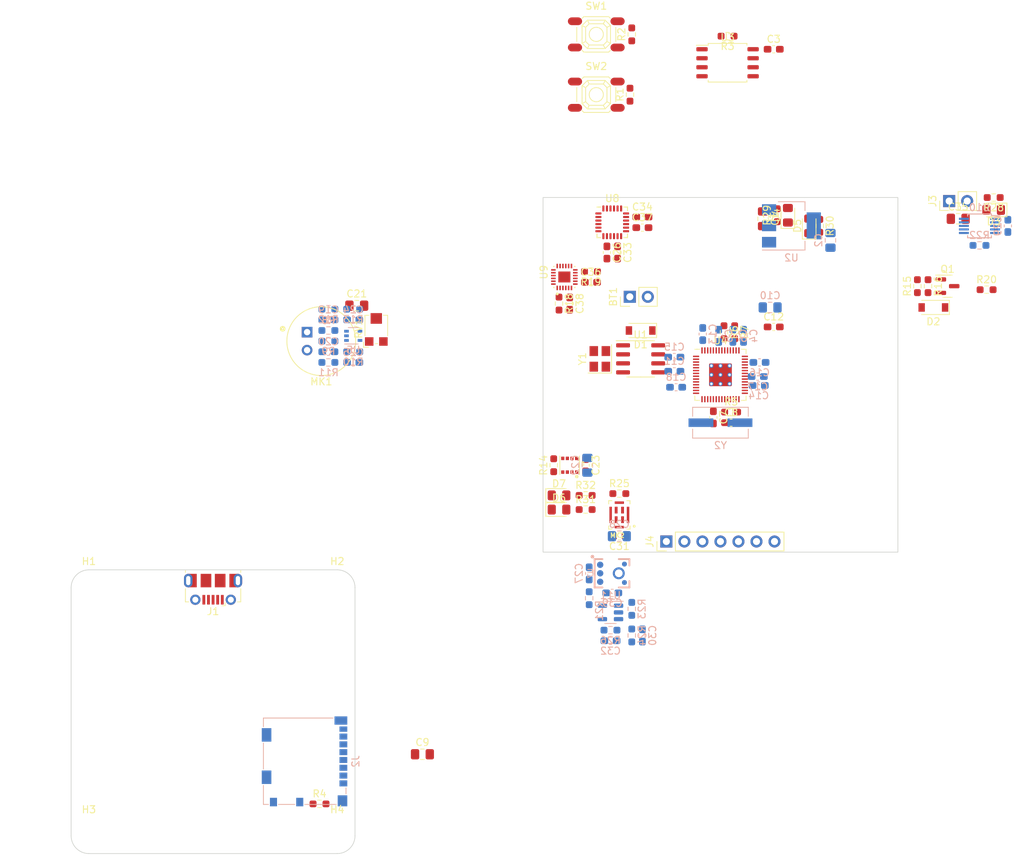
<source format=kicad_pcb>
(kicad_pcb (version 20211014) (generator pcbnew)
  (layers (0 "F.Cu" signal) (31 "B.Cu" signal) (34 "B.Paste" user) (35 "F.Paste" user) (36 "B.SilkS" user "B.Silkscreen") (37 "F.SilkS" user "F.Silkscreen") (38 "B.Mask" user) (39 "F.Mask" user) (44 "Edge.Cuts" user))
  (net 0 "")
  (net 1 "Net-(BT1-Pad1)")
  (net 2 "GND")
  (net 3 "VBUS")
  (net 4 "+3V3")
  (net 5 "+1V1")
  (net 6 "/XIN")
  (net 7 "Net-(C8-Pad1)")
  (net 8 "Net-(C19-Pad1)")
  (net 9 "Net-(C20-Pad1)")
  (net 10 "Net-(C20-Pad2)")
  (net 11 "Net-(C21-Pad1)")
  (net 12 "/GPIO26_ADC0")
  (net 13 "Net-(C24-Pad2)")
  (net 14 "Net-(C27-Pad1)")
  (net 15 "Net-(C27-Pad2)")
  (net 16 "Net-(C30-Pad2)")
  (net 17 "Net-(C32-Pad1)")
  (net 18 "/GPIO1")
  (net 19 "Net-(C33-Pad1)")
  (net 20 "Net-(C34-Pad1)")
  (net 21 "/VBAT")
  (net 22 "Net-(C36-Pad1)")
  (net 23 "Net-(D3-Pad1)")
  (net 24 "Net-(D3-Pad2)")
  (net 25 "Net-(D4-Pad2)")
  (net 26 "Net-(D5-Pad2)")
  (net 27 "Net-(D6-Pad2)")
  (net 28 "Net-(D7-Pad2)")
  (net 30 "/GPIO22")
  (net 31 "/GPIO18")
  (net 32 "/GPIO6")
  (net 33 "/GPIO19")
  (net 37 "/GPIO4")
  (net 38 "/GPIO5")
  (net 39 "Net-(MK2-Pad2)")
  (net 40 "/GPIO3")
  (net 41 "/GPIO2")
  (net 42 "Net-(Q1-Pad1)")
  (net 43 "/RUN")
  (net 44 "/QSPI_SS")
  (net 45 "/~{USB_BOOT}")
  (net 46 "/XOUT")
  (net 47 "/USB_D+")
  (net 48 "Net-(R6-Pad2)")
  (net 49 "/USB_D-")
  (net 50 "Net-(R7-Pad2)")
  (net 51 "Net-(R13-Pad2)")
  (net 52 "Net-(R14-Pad2)")
  (net 53 "/GPIO9")
  (net 54 "Net-(R18-Pad1)")
  (net 55 "Net-(R19-Pad2)")
  (net 56 "Net-(R20-Pad2)")
  (net 57 "Net-(R22-Pad2)")
  (net 58 "/GPIO24")
  (net 59 "/GPIO25")
  (net 60 "Net-(U1-Pad1)")
  (net 61 "Net-(U1-Pad2)")
  (net 63 "/QSPI_SD1")
  (net 64 "/QSPI_SD2")
  (net 65 "/QSPI_SD0")
  (net 66 "/QSPI_SCLK")
  (net 67 "/QSPI_SD3")
  (net 68 "/GPIO0")
  (net 69 "/GPIO7")
  (net 70 "/GPIO8")
  (net 71 "/GPIO10")
  (net 72 "/GPIO11")
  (net 73 "/GPIO12")
  (net 74 "/GPIO13")
  (net 75 "/GPIO14")
  (net 76 "/GPIO15")
  (net 77 "/SWCLK")
  (net 78 "/SWD")
  (net 79 "/GPIO16")
  (net 80 "/GPIO17")
  (net 81 "/GPIO20")
  (net 82 "/GPIO21")
  (net 83 "/GPIO23")
  (net 84 "/GPIO27_ADC1")
  (net 85 "/GPIO28_ADC2")
  (net 86 "/GPIO29_ADC3")
  (footprint "Sensor_Motion:InvenSense_QFN-24_4x4mm_P0.5mm" (layer "F.Cu") (at 204.75 49.5)
    (fp_text reference "U8" (at 0 -3.375) (layer "F.SilkS"))
    (fp_text value "MPU-6050")
    (pad "1" smd roundrect (at -1.95 -1.25) (size 0.85 0.3) (layers "F.Cu" "F.Paste" "F.Mask") (net 2 "GND"))
    (pad "2" smd roundrect (at -1.95 -0.75) (size 0.85 0.3) (layers "F.Cu" "F.Paste" "F.Mask"))
    (pad "3" smd roundrect (at -1.95 -0.25) (size 0.85 0.3) (layers "F.Cu" "F.Paste" "F.Mask"))
    (pad "4" smd roundrect (at -1.95 0.25) (size 0.85 0.3) (layers "F.Cu" "F.Paste" "F.Mask"))
    (pad "5" smd roundrect (at -1.95 0.75) (size 0.85 0.3) (layers "F.Cu" "F.Paste" "F.Mask"))
    (pad "6" smd roundrect (at -1.95 1.25) (size 0.85 0.3) (layers "F.Cu" "F.Paste" "F.Mask"))
    (pad "7" smd roundrect (at -1.25 1.95 90) (size 0.85 0.3) (layers "F.Cu" "F.Paste" "F.Mask"))
    (pad "8" smd roundrect (at -0.75 1.95 90) (size 0.85 0.3) (layers "F.Cu" "F.Paste" "F.Mask") (net 4 "+3V3"))
    (pad "9" smd roundrect (at -0.25 1.95 90) (size 0.85 0.3) (layers "F.Cu" "F.Paste" "F.Mask"))
    (pad "10" smd roundrect (at 0.25 1.95 90) (size 0.85 0.3) (layers "F.Cu" "F.Paste" "F.Mask") (net 19 "Net-(C33-Pad1)"))
    (pad "11" smd roundrect (at 0.75 1.95 90) (size 0.85 0.3) (layers "F.Cu" "F.Paste" "F.Mask") (net 2 "GND"))
    (pad "12" smd roundrect (at 1.25 1.95 90) (size 0.85 0.3) (layers "F.Cu" "F.Paste" "F.Mask") (net 72 "/GPIO11"))
    (pad "13" smd roundrect (at 1.95 1.25) (size 0.85 0.3) (layers "F.Cu" "F.Paste" "F.Mask") (net 4 "+3V3"))
    (pad "14" smd roundrect (at 1.95 0.75) (size 0.85 0.3) (layers "F.Cu" "F.Paste" "F.Mask"))
    (pad "15" smd roundrect (at 1.95 0.25) (size 0.85 0.3) (layers "F.Cu" "F.Paste" "F.Mask"))
    (pad "16" smd roundrect (at 1.95 -0.25) (size 0.85 0.3) (layers "F.Cu" "F.Paste" "F.Mask"))
    (pad "17" smd roundrect (at 1.95 -0.75) (size 0.85 0.3) (layers "F.Cu" "F.Paste" "F.Mask"))
    (pad "18" smd roundrect (at 1.95 -1.25) (size 0.85 0.3) (layers "F.Cu" "F.Paste" "F.Mask") (net 2 "GND"))
    (pad "19" smd roundrect (at 1.25 -1.95 90) (size 0.85 0.3) (layers "F.Cu" "F.Paste" "F.Mask"))
    (pad "20" smd roundrect (at 0.75 -1.95 90) (size 0.85 0.3) (layers "F.Cu" "F.Paste" "F.Mask") (net 20 "Net-(C34-Pad1)"))
    (pad "21" smd roundrect (at 0.25 -1.95 90) (size 0.85 0.3) (layers "F.Cu" "F.Paste" "F.Mask"))
    (pad "22" smd roundrect (at -0.25 -1.95 90) (size 0.85 0.3) (layers "F.Cu" "F.Paste" "F.Mask"))
    (pad "23" smd roundrect (at -0.75 -1.95 90) (size 0.85 0.3) (layers "F.Cu" "F.Paste" "F.Mask") (net 38 "/GPIO5"))
    (pad "24" smd roundrect (at -1.25 -1.95 90) (size 0.85 0.3) (layers "F.Cu" "F.Paste" "F.Mask") (net 37 "/GPIO4"))
  )
  (footprint "Resistor_SMD:R_0603_1608Metric_Pad0.98x0.95mm_HandSolder" (layer "F.Cu") (at 163.5 131.5)
    (fp_text reference "R4" (at 0 -1.43) (layer "F.SilkS"))
    (fp_text value "10K")
    (pad "1" smd roundrect (at -0.9125 0) (size 0.975 0.95) (layers "F.Cu" "F.Paste" "F.Mask") (net 32 "/GPIO6"))
    (pad "2" smd roundrect (at 0.9125 0) (size 0.975 0.95) (layers "F.Cu" "F.Paste" "F.Mask") (net 2 "GND"))
  )
  (footprint "Diode_SMD:D_SOD-123" (layer "F.Cu") (at 250 61.5 180)
    (fp_text reference "D2" (at 0 -2) (layer "F.SilkS"))
    (fp_text value "D_Zener")
    (pad "1" smd rect (at -1.65 0 180) (size 0.9 1.2) (layers "F.Cu" "F.Paste" "F.Mask") (net 4 "+3V3"))
    (pad "2" smd rect (at 1.65 0 180) (size 0.9 1.2) (layers "F.Cu" "F.Paste" "F.Mask") (net 3 "VBUS"))
  )
  (footprint "Potentiometer_SMD:Potentiometer_Bourns_TC33X_Vertical" (layer "F.Cu") (at 171.5 64.5 90)
    (fp_text reference "RV1" (at 0 -2.5 90) (layer "F.SilkS"))
    (fp_text value "100K")
    (pad "1" smd rect (at -1.8 -1 90) (size 1.2 1.2) (layers "F.Cu" "F.Paste" "F.Mask") (net 12 "/GPIO26_ADC0"))
    (pad "2" smd rect (at 1.45 0 90) (size 1.5 1.6) (layers "F.Cu" "F.Paste" "F.Mask") (net 12 "/GPIO26_ADC0"))
    (pad "3" smd rect (at -1.8 1 90) (size 1.2 1.2) (layers "F.Cu" "F.Paste" "F.Mask") (net 51 "Net-(R13-Pad2)"))
  )
  (footprint "LED_SMD:LED_0805_2012Metric_Pad1.15x1.40mm_HandSolder" (layer "F.Cu") (at 197.25 88)
    (fp_text reference "D7" (at 0 -1.65) (layer "F.SilkS"))
    (fp_text value "LED")
    (pad "1" smd roundrect (at -1.025 0) (size 1.15 1.4) (layers "F.Cu" "F.Paste" "F.Mask") (roundrect_rratio 0.217391) (net 2 "GND"))
    (pad "2" smd roundrect (at 1.025 0) (size 1.15 1.4) (layers "F.Cu" "F.Paste" "F.Mask") (roundrect_rratio 0.217391) (net 28 "Net-(D7-Pad2)"))
  )
  (footprint "Resistor_SMD:R_0603_1608Metric_Pad0.98x0.95mm_HandSolder" (layer "F.Cu") (at 207.5 23 90)
    (fp_text reference "R2" (at 0 -1.43 90) (layer "F.SilkS"))
    (fp_text value "1K")
    (pad "1" smd roundrect (at -0.9125 0 90) (size 0.975 0.95) (layers "F.Cu" "F.Paste" "F.Mask") (net 44 "/QSPI_SS"))
    (pad "2" smd roundrect (at 0.9125 0 90) (size 0.975 0.95) (layers "F.Cu" "F.Paste" "F.Mask") (net 45 "/~{USB_BOOT}"))
  )
  (footprint "Capacitor_SMD:C_0603_1608Metric_Pad1.08x0.95mm_HandSolder" (layer "F.Cu") (at 221.5 77.75)
    (fp_text reference "C8" (at 0 -1.43) (layer "F.SilkS"))
    (fp_text value "27p")
    (pad "1" smd roundrect (at -0.8625 0) (size 1.075 0.95) (layers "F.Cu" "F.Paste" "F.Mask") (net 7 "Net-(C8-Pad1)"))
    (pad "2" smd roundrect (at 0.8625 0) (size 1.075 0.95) (layers "F.Cu" "F.Paste" "F.Mask") (net 2 "GND"))
  )
  (footprint "abjad:BME280" (layer "F.Cu") (at 198.75 83.75 -90)
    (fp_text reference "U6" (at -0.235245 -1.866763 90) (layer "F.SilkS") (effects (font (size 0.321721 0.321721))))
    (fp_text value "BME280")
    (pad "1" smd roundrect (at 0.97 -0.975 270) (size 0.49 0.45) (layers "F.Cu" "F.Paste" "F.Mask") (roundrect_rratio 0.06) (net 2 "GND"))
    (pad "2" smd roundrect (at 0.97 -0.325 270) (size 0.49 0.45) (layers "F.Cu" "F.Paste" "F.Mask") (roundrect_rratio 0.06) (net 4 "+3V3"))
    (pad "3" smd roundrect (at 0.97 0.325 270) (size 0.49 0.45) (layers "F.Cu" "F.Paste" "F.Mask") (roundrect_rratio 0.06) (net 37 "/GPIO4"))
    (pad "4" smd roundrect (at 0.97 0.975 270) (size 0.49 0.45) (layers "F.Cu" "F.Paste" "F.Mask") (roundrect_rratio 0.06) (net 38 "/GPIO5"))
    (pad "5" smd roundrect (at -0.97 0.975 270) (size 0.49 0.45) (layers "F.Cu" "F.Paste" "F.Mask") (roundrect_rratio 0.06) (net 52 "Net-(R14-Pad2)"))
    (pad "6" smd roundrect (at -0.97 0.325 270) (size 0.49 0.45) (layers "F.Cu" "F.Paste" "F.Mask") (roundrect_rratio 0.06) (net 4 "+3V3"))
    (pad "7" smd roundrect (at -0.97 -0.325 270) (size 0.49 0.45) (layers "F.Cu" "F.Paste" "F.Mask") (roundrect_rratio 0.06) (net 2 "GND"))
    (pad "8" smd roundrect (at -0.97 -0.975 270) (size 0.49 0.45) (layers "F.Cu" "F.Paste" "F.Mask") (roundrect_rratio 0.06) (net 4 "+3V3"))
  )
  (footprint "MountingHole:MountingHole_2.7mm_M2.5" (layer "F.Cu") (at 166 136)
    (fp_text reference "H4" (at 0 -3.7) (layer "F.SilkS"))
    (fp_text value "MountingHole")
    (pad "" np_thru_hole circle locked (at 0 0) (size 2.7 2.7) (drill 2.7) (layers *.Cu *.Mask))
  )
  (footprint "Resistor_SMD:R_0603_1608Metric_Pad0.98x0.95mm_HandSolder" (layer "F.Cu") (at 228 48.5 90)
    (fp_text reference "R29" (at 0 -1.43 90) (layer "F.SilkS"))
    (fp_text value "1K")
    (pad "1" smd roundrect (at -0.9125 0 90) (size 0.975 0.95) (layers "F.Cu" "F.Paste" "F.Mask") (net 25 "Net-(D4-Pad2)"))
    (pad "2" smd roundrect (at 0.9125 0 90) (size 0.975 0.95) (layers "F.Cu" "F.Paste" "F.Mask") (net 3 "VBUS"))
  )
  (footprint "LED_SMD:LED_0805_2012Metric_Pad1.15x1.40mm_HandSolder" (layer "F.Cu") (at 197.25 90)
    (fp_text reference "D6" (at 0 -1.65) (layer "F.SilkS"))
    (fp_text value "LED")
    (pad "1" smd roundrect (at -1.025 0) (size 1.15 1.4) (layers "F.Cu" "F.Paste" "F.Mask") (roundrect_rratio 0.217391) (net 2 "GND"))
    (pad "2" smd roundrect (at 1.025 0) (size 1.15 1.4) (layers "F.Cu" "F.Paste" "F.Mask") (roundrect_rratio 0.217391) (net 27 "Net-(D6-Pad2)"))
  )
  (footprint "abjad:SW_Push_4X4mm" (layer "F.Cu") (at 202.5 23)
    (fp_text reference "SW1" (at 0 -4) (layer "F.SilkS"))
    (fp_text value "BOOT")
    (pad "1" smd oval locked (at -3 -1.85) (size 2 1.1) (layers "F.Cu" "F.Paste" "F.Mask") (net 45 "/~{USB_BOOT}"))
    (pad "2" smd oval locked (at 3 -1.85) (size 2 1.1) (layers "F.Cu" "F.Paste" "F.Mask") (net 45 "/~{USB_BOOT}"))
    (pad "3" smd oval locked (at -3 1.85) (size 2 1.1) (layers "F.Cu" "F.Paste" "F.Mask") (net 2 "GND"))
    (pad "4" smd oval locked (at 3 1.85) (size 2 1.1) (layers "F.Cu" "F.Paste" "F.Mask") (net 2 "GND"))
  )
  (footprint "Resistor_SMD:R_0603_1608Metric_Pad0.98x0.95mm_HandSolder" (layer "F.Cu") (at 207.25 31.5 90)
    (fp_text reference "R1" (at 0 -1.43 90) (layer "F.SilkS"))
    (fp_text value "10K")
    (pad "1" smd roundrect (at -0.9125 0 90) (size 0.975 0.95) (layers "F.Cu" "F.Paste" "F.Mask") (net 4 "+3V3"))
    (pad "2" smd roundrect (at 0.9125 0 90) (size 0.975 0.95) (layers "F.Cu" "F.Paste" "F.Mask") (net 43 "/RUN"))
  )
  (footprint "Connector_PinHeader_2.54mm:PinHeader_1x02_P2.54mm_Vertical" (layer "F.Cu") (at 252.225 46.5 90)
    (fp_text reference "J3" (at 0 -2.33 90) (layer "F.SilkS"))
    (fp_text value "BAT")
    (pad "1" thru_hole rect (at 0 0 90) (size 1.7 1.7) (drill 1) (layers *.Cu *.Mask) (net 21 "/VBAT"))
    (pad "2" thru_hole oval (at 0 2.54 90) (size 1.7 1.7) (drill 1) (layers *.Cu *.Mask) (net 2 "GND"))
  )
  (footprint "Resistor_SMD:R_0603_1608Metric_Pad0.98x0.95mm_HandSolder" (layer "F.Cu") (at 234 50 -90)
    (fp_text reference "R30" (at 0 -1.43 90) (layer "F.SilkS"))
    (fp_text value "330R")
    (pad "1" smd roundrect (at -0.9125 0 270) (size 0.975 0.95) (layers "F.Cu" "F.Paste" "F.Mask") (net 26 "Net-(D5-Pad2)"))
    (pad "2" smd roundrect (at 0.9125 0 270) (size 0.975 0.95) (layers "F.Cu" "F.Paste" "F.Mask") (net 4 "+3V3"))
  )
  (footprint "abjad:MIC_MP34DT06JTR" (layer "F.Cu") (at 205.75 90.75 180)
    (fp_text reference "MK2" (at 0.282 -2.9064) (layer "F.SilkS") (effects (font (size 0.64 0.64))))
    (fp_text value "MP34DT06JTR")
    (pad "1" smd rect (at -0.45 -0.675) (size 0.4 0.95) (layers "F.Cu" "F.Paste" "F.Mask") (net 4 "+3V3"))
    (pad "2" smd rect (at -0.45 0.675) (size 0.4 0.95) (layers "F.Cu" "F.Paste" "F.Mask") (net 39 "Net-(MK2-Pad2)"))
    (pad "3" smd rect (at 0.45 0.675) (size 0.4 0.95) (layers "F.Cu" "F.Paste" "F.Mask") (net 40 "/GPIO3"))
    (pad "4" smd rect (at 0.45 -0.675) (size 0.4 0.95) (layers "F.Cu" "F.Paste" "F.Mask") (net 41 "/GPIO2"))
    (pad "5" smd rect (at 1.225 0) (size 0.35 2.3) (layers "F.Cu" "F.Paste" "F.Mask") (net 2 "GND"))
    (pad "6" smd rect (at 0 -1.725) (size 1.3 0.35) (layers "F.Cu" "F.Paste" "F.Mask") (net 2 "GND"))
    (pad "7" smd rect (at -1.225 0) (size 0.35 2.3) (layers "F.Cu" "F.Paste" "F.Mask") (net 2 "GND"))
    (pad "8" smd rect (at 0 1.725) (size 1.3 0.35) (layers "F.Cu" "F.Paste" "F.Mask") (net 2 "GND"))
  )
  (footprint "Package_TO_SOT_SMD:SOT-23" (layer "F.Cu") (at 252 58.5)
    (fp_text reference "Q1" (at 0 -2.4) (layer "F.SilkS"))
    (fp_text value "FDN302P")
    (pad "1" smd roundrect (at -0.9375 -0.95) (size 1.475 0.6) (layers "F.Cu" "F.Paste" "F.Mask") (net 42 "Net-(Q1-Pad1)"))
    (pad "2" smd roundrect (at -0.9375 0.95) (size 1.475 0.6) (layers "F.Cu" "F.Paste" "F.Mask") (net 4 "+3V3"))
    (pad "3" smd roundrect (at 0.9375 0) (size 1.475 0.6) (layers "F.Cu" "F.Paste" "F.Mask") (net 21 "/VBAT"))
  )
  (footprint "Resistor_SMD:R_0603_1608Metric_Pad0.98x0.95mm_HandSolder" (layer "F.Cu") (at 220.5 65 -90)
    (fp_text reference "R6" (at 0 -1.43 90) (layer "F.SilkS"))
    (fp_text value "27")
    (pad "1" smd roundrect (at -0.9125 0 270) (size 0.975 0.95) (layers "F.Cu" "F.Paste" "F.Mask") (net 47 "/USB_D+"))
    (pad "2" smd roundrect (at 0.9125 0 270) (size 0.975 0.95) (layers "F.Cu" "F.Paste" "F.Mask") (net 48 "Net-(R6-Pad2)"))
  )
  (footprint "Resistor_SMD:R_0603_1608Metric_Pad0.98x0.95mm_HandSolder" (layer "F.Cu") (at 247.75 58.5 90)
    (fp_text reference "R15" (at 0 -1.43 90) (layer "F.SilkS"))
    (fp_text value "10K")
    (pad "1" smd roundrect (at -0.9125 0 90) (size 0.975 0.95) (layers "F.Cu" "F.Paste" "F.Mask") (net 3 "VBUS"))
    (pad "2" smd roundrect (at 0.9125 0 90) (size 0.975 0.95) (layers "F.Cu" "F.Paste" "F.Mask") (net 2 "GND"))
  )
  (footprint "Capacitor_SMD:C_0603_1608Metric_Pad1.08x0.95mm_HandSolder" (layer "F.Cu") (at 205.75 93.75 180)
    (fp_text reference "C31" (at 0 -1.43) (layer "F.SilkS"))
    (fp_text value "100n")
    (pad "1" smd roundrect (at -0.8625 0 180) (size 1.075 0.95) (layers "F.Cu" "F.Paste" "F.Mask") (net 4 "+3V3"))
    (pad "2" smd roundrect (at 0.8625 0 180) (size 1.075 0.95) (layers "F.Cu" "F.Paste" "F.Mask") (net 2 "GND"))
  )
  (footprint "Capacitor_SMD:C_0603_1608Metric_Pad1.08x0.95mm_HandSolder" (layer "F.Cu") (at 205.5 53.75 -90)
    (fp_text reference "C33" (at 0 -1.43 90) (layer "F.SilkS"))
    (fp_text value "100n")
    (pad "1" smd roundrect (at -0.8625 0 270) (size 1.075 0.95) (layers "F.Cu" "F.Paste" "F.Mask") (net 19 "Net-(C33-Pad1)"))
    (pad "2" smd roundrect (at 0.8625 0 270) (size 1.075 0.95) (layers "F.Cu" "F.Paste" "F.Mask") (net 2 "GND"))
  )
  (footprint "Capacitor_SMD:C_0805_2012Metric_Pad1.18x1.45mm_HandSolder" (layer "F.Cu") (at 168.75 61.25)
    (fp_text reference "C21" (at 0 -1.68) (layer "F.SilkS"))
    (fp_text value "10uF")
    (pad "1" smd roundrect (at -1.0375 0) (size 1.175 1.45) (layers "F.Cu" "F.Paste" "F.Mask") (roundrect_rratio 0.212766) (net 11 "Net-(C21-Pad1)"))
    (pad "2" smd roundrect (at 1.0375 0) (size 1.175 1.45) (layers "F.Cu" "F.Paste" "F.Mask") (roundrect_rratio 0.212766) (net 2 "GND"))
  )
  (footprint "Resistor_SMD:R_0603_1608Metric_Pad0.98x0.95mm_HandSolder" (layer "F.Cu") (at 201 90)
    (fp_text reference "R31" (at 0 -1.43) (layer "F.SilkS"))
    (fp_text value "330R")
    (pad "1" smd roundrect (at -0.9125 0) (size 0.975 0.95) (layers "F.Cu" "F.Paste" "F.Mask") (net 27 "Net-(D6-Pad2)"))
    (pad "2" smd roundrect (at 0.9125 0) (size 0.975 0.95) (layers "F.Cu" "F.Paste" "F.Mask") (net 58 "/GPIO24"))
  )
  (footprint "Resistor_SMD:R_0603_1608Metric_Pad0.98x0.95mm_HandSolder" (layer "F.Cu") (at 222 65 -90)
    (fp_text reference "R7" (at 0 -1.43 90) (layer "F.SilkS"))
    (fp_text value "27")
    (pad "1" smd roundrect (at -0.9125 0 270) (size 0.975 0.95) (layers "F.Cu" "F.Paste" "F.Mask") (net 49 "/USB_D-"))
    (pad "2" smd roundrect (at 0.9125 0 270) (size 0.975 0.95) (layers "F.Cu" "F.Paste" "F.Mask") (net 50 "Net-(R7-Pad2)"))
  )
  (footprint "Capacitor_SMD:C_0603_1608Metric_Pad1.08x0.95mm_HandSolder" (layer "F.Cu") (at 198.750001 60.955 -90)
    (fp_text reference "C38" (at 0 -1.43 90) (layer "F.SilkS"))
    (fp_text value "100n")
    (pad "1" smd roundrect (at -0.8625 0 270) (size 1.075 0.95) (layers "F.Cu" "F.Paste" "F.Mask") (net 4 "+3V3"))
    (pad "2" smd roundrect (at 0.8625 0 270) (size 1.075 0.95) (layers "F.Cu" "F.Paste" "F.Mask") (net 2 "GND"))
  )
  (footprint "Package_SO:SOIC-8_5.23x5.23mm_P1.27mm" (layer "F.Cu") (at 221 27)
    (fp_text reference "U3" (at 0 -3.56) (layer "F.SilkS"))
    (fp_text value "W25Q128JVS")
    (pad "1" smd roundrect (at -3.6 -1.905) (size 1.6 0.6) (layers "F.Cu" "F.Paste" "F.Mask") (net 44 "/QSPI_SS"))
    (pad "2" smd roundrect (at -3.6 -0.635) (size 1.6 0.6) (layers "F.Cu" "F.Paste" "F.Mask") (net 63 "/QSPI_SD1"))
    (pad "3" smd roundrect (at -3.6 0.635) (size 1.6 0.6) (layers "F.Cu" "F.Paste" "F.Mask") (net 64 "/QSPI_SD2"))
    (pad "4" smd roundrect (at -3.6 1.905) (size 1.6 0.6) (layers "F.Cu" "F.Paste" "F.Mask") (net 2 "GND"))
    (pad "5" smd roundrect (at 3.6 1.905) (size 1.6 0.6) (layers "F.Cu" "F.Paste" "F.Mask") (net 65 "/QSPI_SD0"))
    (pad "6" smd roundrect (at 3.6 0.635) (size 1.6 0.6) (layers "F.Cu" "F.Paste" "F.Mask") (net 66 "/QSPI_SCLK"))
    (pad "7" smd roundrect (at 3.6 -0.635) (size 1.6 0.6) (layers "F.Cu" "F.Paste" "F.Mask") (net 67 "/QSPI_SD3"))
    (pad "8" smd roundrect (at 3.6 -1.905) (size 1.6 0.6) (layers "F.Cu" "F.Paste" "F.Mask") (net 4 "+3V3"))
  )
  (footprint "abjad:RP2040-QFN-56" (layer "F.Cu") (at 220 71)
    (fp_text reference "U4" (at 0 -4.82) (layer "F.SilkS"))
    (fp_text value "RP2040")
    (pad "1" smd roundrect (at -3.4375 -2.6) (size 0.875 0.2) (layers "F.Cu" "F.Paste" "F.Mask") (net 4 "+3V3"))
    (pad "2" smd roundrect (at -3.4375 -2.2) (size 0.875 0.2) (layers "F.Cu" "F.Paste" "F.Mask") (net 68 "/GPIO0"))
    (pad "3" smd roundrect (at -3.4375 -1.8) (size 0.875 0.2) (layers "F.Cu" "F.Paste" "F.Mask") (net 18 "/GPIO1"))
    (pad "4" smd roundrect (at -3.4375 -1.4) (size 0.875 0.2) (layers "F.Cu" "F.Paste" "F.Mask") (net 41 "/GPIO2"))
    (pad "5" smd roundrect (at -3.4375 -1) (size 0.875 0.2) (layers "F.Cu" "F.Paste" "F.Mask") (net 40 "/GPIO3"))
    (pad "6" smd roundrect (at -3.4375 -0.6) (size 0.875 0.2) (layers "F.Cu" "F.Paste" "F.Mask") (net 37 "/GPIO4"))
    (pad "7" smd roundrect (at -3.4375 -0.2) (size 0.875 0.2) (layers "F.Cu" "F.Paste" "F.Mask") (net 38 "/GPIO5"))
    (pad "8" smd roundrect (at -3.4375 0.2) (size 0.875 0.2) (layers "F.Cu" "F.Paste" "F.Mask") (net 32 "/GPIO6"))
    (pad "9" smd roundrect (at -3.4375 0.6) (size 0.875 0.2) (layers "F.Cu" "F.Paste" "F.Mask") (net 69 "/GPIO7"))
    (pad "10" smd roundrect (at -3.4375 1) (size 0.875 0.2) (layers "F.Cu" "F.Paste" "F.Mask") (net 4 "+3V3"))
    (pad "11" smd roundrect (at -3.4375 1.4) (size 0.875 0.2) (layers "F.Cu" "F.Paste" "F.Mask") (net 70 "/GPIO8"))
    (pad "12" smd roundrect (at -3.4375 1.8) (size 0.875 0.2) (layers "F.Cu" "F.Paste" "F.Mask") (net 53 "/GPIO9"))
    (pad "13" smd roundrect (at -3.4375 2.2) (size 0.875 0.2) (layers "F.Cu" "F.Paste" "F.Mask") (net 71 "/GPIO10"))
    (pad "14" smd roundrect (at -3.4375 2.6) (size 0.875 0.2) (layers "F.Cu" "F.Paste" "F.Mask") (net 72 "/GPIO11"))
    (pad "15" smd roundrect (at -2.6 3.4375) (size 0.2 0.875) (layers "F.Cu" "F.Paste" "F.Mask") (net 73 "/GPIO12"))
    (pad "16" smd roundrect (at -2.2 3.4375) (size 0.2 0.875) (layers "F.Cu" "F.Paste" "F.Mask") (net 74 "/GPIO13"))
    (pad "17" smd roundrect (at -1.8 3.4375) (size 0.2 0.875) (layers "F.Cu" "F.Paste" "F.Mask") (net 75 "/GPIO14"))
    (pad "18" smd roundrect (at -1.4 3.4375) (size 0.2 0.875) (layers "F.Cu" "F.Paste" "F.Mask") (net 76 "/GPIO15"))
    (pad "19" smd roundrect (at -1 3.4375) (size 0.2 0.875) (layers "F.Cu" "F.Paste" "F.Mask") (net 2 "GND"))
    (pad "20" smd roundrect (at -0.6 3.4375) (size 0.2 0.875) (layers "F.Cu" "F.Paste" "F.Mask") (net 6 "/XIN"))
    (pad "21" smd roundrect (at -0.2 3.4375) (size 0.2 0.875) (layers "F.Cu" "F.Paste" "F.Mask") (net 46 "/XOUT"))
    (pad "22" smd roundrect (at 0.2 3.4375) (size 0.2 0.875) (layers "F.Cu" "F.Paste" "F.Mask") (net 4 "+3V3"))
    (pad "23" smd roundrect (at 0.6 3.4375) (size 0.2 0.875) (layers "F.Cu" "F.Paste" "F.Mask") (net 5 "+1V1"))
    (pad "24" smd roundrect (at 1 3.4375) (size 0.2 0.875) (layers "F.Cu" "F.Paste" "F.Mask") (net 77 "/SWCLK"))
    (pad "25" smd roundrect (at 1.4 3.4375) (size 0.2 0.875) (layers "F.Cu" "F.Paste" "F.Mask") (net 78 "/SWD"))
    (pad "26" smd roundrect (at 1.8 3.4375) (size 0.2 0.875) (layers "F.Cu" "F.Paste" "F.Mask") (net 43 "/RUN"))
    (pad "27" smd roundrect (at 2.2 3.4375) (size 0.2 0.875) (layers "F.Cu" "F.Paste" "F.Mask") (net 79 "/GPIO16"))
    (pad "28" smd roundrect (at 2.6 3.4375) (size 0.2 0.875) (layers "F.Cu" "F.Paste" "F.Mask") (net 80 "/GPIO17"))
    (pad "29" smd roundrect (at 3.4375 2.6) (size 0.875 0.2) (layers "F.Cu" "F.Paste" "F.Mask") (net 31 "/GPIO18"))
    (pad "30" smd roundrect (at 3.4375 2.2) (size 0.875 0.2) (layers "F.Cu" "F.Paste" "F.Mask") (net 33 "/GPIO19"))
    (pad "31" smd roundrect (at 3.4375 1.8) (size 0.875 0.2) (layers "F.Cu" "F.Paste" "F.Mask") (net 81 "/GPIO20"))
    (pad "32" smd roundrect (at 3.4375 1.4) (size 0.875 0.2) (layers "F.Cu" "F.Paste" "F.Mask") (net 82 "/GPIO21"))
    (pad "33" smd roundrect (at 3.4375 1) (size 0.875 0.2) (layers "F.Cu" "F.Paste" "F.Mask") (net 4 "+3V3"))
    (pad "34" smd roundrect (at 3.4375 0.6) (size 0.875 0.2) (layers "F.Cu" "F.Paste" "F.Mask") (net 30 "/GPIO22"))
    (pad "35" smd roundrect (at 3.4375 0.2) (size 0.875 0.2) (layers "F.Cu" "F.Paste" "F.Mask") (net 83 "/GPIO23"))
    (pad "36" smd roundrect (at 3.4375 -0.2) (size 0.875 0.2) (layers "F.Cu" "F.Paste" "F.Mask") (net 58 "/GPIO24"))
    (pad "37" smd roundrect (at 3.4375 -0.6) (size 0.875 0.2) (layers "F.Cu" "F.Paste" "F.Mask") (net 59 "/GPIO25"))
    (pad "38" smd roundrect (at 3.4375 -1) (size 0.875 0.2) (layers "F.Cu" "F.Paste" "F.Mask") (net 12 "/GPIO26_ADC0"))
    (pad "39" smd roundrect (at 3.4375 -1.4) (size 0.875 0.2) (layers "F.Cu" "F.Paste" "F.Mask") (net 84 "/GPIO27_ADC1"))
    (pad "40" smd roundrect (at 3.4375 -1.8) (size 0.875 0.2) (layers "F.Cu" "F.Paste" "F.Mask") (net 85 "/GPIO28_ADC2"))
    (pad "41" smd roundrect (at 3.4375 -2.2) (size 0.875 0.2) (layers "F.Cu" "F.Paste" "F.Mask") (net 86 "/GPIO29_ADC3"))
    (pad "42" smd roundrect (at 3.4375 -2.6) (size 0.875 0.2) (layers "F.Cu" "F.Paste" "F.Mask") (net 4 "+3V3"))
    (pad "43" smd roundrect (at 2.6 -3.4375) (size 0.2 0.875) (layers "F.Cu" "F.Paste" "F.Mask") (net 4 "+3V3"))
    (pad "44" smd roundrect (at 2.2 -3.4375) (size 0.2 0.875) (layers "F.Cu" "F.Paste" "F.Mask") (net 4 "+3V3"))
    (pad "45" smd roundrect (at 1.8 -3.4375) (size 0.2 0.875) (layers "F.Cu" "F.Paste" "F.Mask") (net 5 "+1V1"))
    (pad "46" smd roundrect (at 1.4 -3.4375) (size 0.2 0.875) (layers "F.Cu" "F.Paste" "F.Mask") (net 50 "Net-(R7-Pad2)"))
    (pad "47" smd roundrect (at 1 -3.4375) (size 0.2 0.875) (layers "F.Cu" "F.Paste" "F.Mask") (net 48 "Net-(R6-Pad2)"))
    (pad "48" smd roundrect (at 0.6 -3.4375) (size 0.2 0.875) (layers "F.Cu" "F.Paste" "F.Mask") (net 4 "+3V3"))
    (pad "49" smd roundrect (at 0.2 -3.4375) (size 0.2 0.875) (layers "F.Cu" "F.Paste" "F.Mask") (net 4 "+3V3"))
    (pad "50" smd roundrect (at -0.2 -3.4375) (size 0.2 0.875) (layers "F.Cu" "F.Paste" "F.Mask") (net 5 "+1V1"))
    (pad "51" smd roundrect (at -0.6 -3.4375) (size 0.2 0.875) (layers "F.Cu" "F.Paste" "F.Mask") (net 67 "/QSPI_SD3"))
    (pad "52" smd roundrect (at -1 -3.4375) (size 0.2 0.875) (layers "F.Cu" "F.Paste" "F.Mask") (net 66 "/QSPI_SCLK"))
    (pad "53" smd roundrect (at -1.4 -3.4375) (size 0.2 0.875) (layers "F.Cu" "F.Paste" "F.Mask") (net 65 "/QSPI_SD0"))
    (pad "54" smd roundrect (at -1.8 -3.4375) (size 0.2 0.875) (layers "F.Cu" "F.Paste" "F.Mask") (net 64 "/QSPI_SD2"))
    (pad "55" smd roundrect (at -2.2 -3.4375) (size 0.2 0.875) (layers "F.Cu" "F.Paste" "F.Mask") (net 63 "/QSPI_SD1"))
    (pad "56" smd roundrect (at -2.6 -3.4375) (size 0.2 0.875) (layers "F.Cu" "F.Paste" "F.Mask") (net 44 "/QSPI_SS"))
    (pad "57" thru_hole circle (at -1.275 0) (size 0.6 0.6) (drill 0.35) (layers *.Cu) (net 2 "GND"))
    (pad "57" thru_hole circle (at -1.275 -1.275) (size 0.6 0.6) (drill 0.35) (layers *.Cu) (net 2 "GND"))
    (pad "57" thru_hole circle (at 0 0) (size 0.6 0.6) (drill 0.35) (layers *.Cu) (net 2 "GND"))
    (pad "57" thru_hole circle (at 0 -1.275) (size 0.6 0.6) (drill 0.35) (layers *.Cu) (net 2 "GND"))
    (pad "57" thru_hole circle (at -1.275 1.275) (size 0.6 0.6) (drill 0.35) (layers *.Cu) (net 2 "GND"))
    (pad "57" thru_hole circle (at 0 1.275) (size 0.6 0.6) (drill 0.35) (layers *.Cu) (net 2 "GND"))
    (pad "57" thru_hole circle (at 1.275 1.275) (size 0.6 0.6) (drill 0.35) (layers *.Cu) (net 2 "GND"))
    (pad "57" smd roundrect (at 0 0) (size 3.2 3.2) (layers "F.Cu" "F.Mask") (roundrect_rratio 0.045) (net 2 "GND"))
    (pad "57" thru_hole circle (at 1.275 -1.275) (size 0.6 0.6) (drill 0.35) (layers *.Cu) (net 2 "GND"))
    (pad "57" thru_hole circle (at 1.275 0) (size 0.6 0.6) (drill 0.35) (layers *.Cu) (net 2 "GND"))
  )
  (footprint "Capacitor_SMD:C_0603_1608Metric_Pad1.08x0.95mm_HandSolder" (layer "F.Cu") (at 227.5 25.095)
    (fp_text reference "C3" (at 0 -1.43) (layer "F.SilkS"))
    (fp_text value "100n")
    (pad "1" smd roundrect (at -0.8625 0) (size 1.075 0.95) (layers "F.Cu" "F.Paste" "F.Mask") (net 4 "+3V3"))
    (pad "2" smd roundrect (at 0.8625 0) (size 1.075 0.95) (layers "F.Cu" "F.Paste" "F.Mask") (net 2 "GND"))
  )
  (footprint "Resistor_SMD:R_0603_1608Metric_Pad0.98x0.95mm_HandSolder" (layer "F.Cu") (at 221 23.25 180)
    (fp_text reference "R3" (at 0 -1.43) (layer "F.SilkS"))
    (fp_text value "10K")
    (pad "1" smd roundrect (at -0.9125 0 180) (size 0.975 0.95) (layers "F.Cu" "F.Paste" "F.Mask") (net 4 "+3V3"))
    (pad "2" smd roundrect (at 0.9125 0 180) (size 0.975 0.95) (layers "F.Cu" "F.Paste" "F.Mask") (net 44 "/QSPI_SS"))
  )
  (footprint "Capacitor_SMD:C_0805_2012Metric_Pad1.18x1.45mm_HandSolder" (layer "F.Cu") (at 226 49 -90)
    (fp_text reference "C1" (at 0 -1.679999 90) (layer "F.SilkS"))
    (fp_text value "10u")
    (pad "1" smd roundrect (at -1.0375 0 270) (size 1.175 1.45) (layers "F.Cu" "F.Paste" "F.Mask") (roundrect_rratio 0.212766) (net 3 "VBUS"))
    (pad "2" smd roundrect (at 1.0375 0 270) (size 1.175 1.45) (layers "F.Cu" "F.Paste" "F.Mask") (roundrect_rratio 0.212766) (net 2 "GND"))
  )
  (footprint "Capacitor_SMD:C_0603_1608Metric_Pad1.08x0.95mm_HandSolder" (layer "F.Cu") (at 204 53.75 -90)
    (fp_text reference "C26" (at 0 -1.43 90) (layer "F.SilkS"))
    (fp_text value "10n")
    (pad "1" smd roundrect (at -0.8625 0 270) (size 1.075 0.95) (layers "F.Cu" "F.Paste" "F.Mask") (net 4 "+3V3"))
    (pad "2" smd roundrect (at 0.8625 0 270) (size 1.075 0.95) (layers "F.Cu" "F.Paste" "F.Mask") (net 2 "GND"))
  )
  (footprint "LED_SMD:LED_0805_2012Metric_Pad1.15x1.40mm_HandSolder" (layer "F.Cu") (at 258.5 47.75 180)
    (fp_text reference "D3" (at 0 -1.65) (layer "F.SilkS"))
    (fp_text value "GREEN")
    (pad "1" smd roundrect (at -1.025 0 180) (size 1.15 1.4) (layers "F.Cu" "F.Paste" "F.Mask") (roundrect_rratio 0.217391) (net 23 "Net-(D3-Pad1)"))
    (pad "2" smd roundrect (at 1.025 0 180) (size 1.15 1.4) (layers "F.Cu" "F.Paste" "F.Mask") (roundrect_rratio 0.217391) (net 24 "Net-(D3-Pad2)"))
  )
  (footprint "abjad:QFN40P300X300X95-25N" (layer "F.Cu") (at 198 57.205 90)
    (fp_text reference "U9" (at 0.675 -2.885 90) (layer "F.SilkS"))
    (fp_text value "MPU-6500")
    (pad "1" smd roundrect (at -1.545 -1 90) (size 0.64 0.22) (layers "F.Cu" "F.Paste" "F.Mask") (roundrect_rratio 0.03))
    (pad "2" smd roundrect (at -1.545 -0.6 90) (size 0.64 0.22) (layers "F.Cu" "F.Paste" "F.Mask") (roundrect_rratio 0.03))
    (pad "3" smd roundrect (at -1.545 -0.2 90) (size 0.64 0.22) (layers "F.Cu" "F.Paste" "F.Mask") (roundrect_rratio 0.03))
    (pad "4" smd roundrect (at -1.545 0.2 90) (size 0.64 0.22) (layers "F.Cu" "F.Paste" "F.Mask") (roundrect_rratio 0.03))
    (pad "5" smd roundrect (at -1.545 0.6 90) (size 0.64 0.22) (layers "F.Cu" "F.Paste" "F.Mask") (roundrect_rratio 0.03))
    (pad "6" smd roundrect (at -1.545 1 90) (size 0.64 0.22) (layers "F.Cu" "F.Paste" "F.Mask") (roundrect_rratio 0.03))
    (pad "7" smd roundrect (at -1 1.545 180) (size 0.64 0.22) (layers "F.Cu" "F.Paste" "F.Mask") (roundrect_rratio 0.03))
    (pad "8" smd roundrect (at -0.6 1.545 180) (size 0.64 0.22) (layers "F.Cu" "F.Paste" "F.Mask") (roundrect_rratio 0.03) (net 4 "+3V3"))
    (pad "9" smd roundrect (at -0.2 1.545 180) (size 0.64 0.22) (layers "F.Cu" "F.Paste" "F.Mask") (roundrect_rratio 0.03))
    (pad "10" smd roundrect (at 0.2 1.545 180) (size 0.64 0.22) (layers "F.Cu" "F.Paste" "F.Mask") (roundrect_rratio 0.03) (net 22 "Net-(C36-Pad1)"))
    (pad "11" smd roundrect (at 0.6 1.545 180) (size 0.64 0.22) (layers "F.Cu" "F.Paste" "F.Mask") (roundrect_rratio 0.03) (net 55 "Net-(R19-Pad2)"))
    (pad "12" smd roundrect (at 1 1.545 180) (size 0.64 0.22) (layers "F.Cu" "F.Paste" "F.Mask") (roundrect_rratio 0.03) (net 71 "/GPIO10"))
    (pad "13" smd roundrect (at 1.545 1 90) (size 0.64 0.22) (layers "F.Cu" "F.Paste" "F.Mask") (roundrect_rratio 0.03) (net 4 "+3V3"))
    (pad "14" smd roundrect (at 1.545 0.6 90) (size 0.64 0.22) (layers "F.Cu" "F.Paste" "F.Mask") (roundrect_rratio 0.03))
    (pad "15" smd roundrect (at 1.545 0.2 90) (size 0.64 0.22) (layers "F.Cu" "F.Paste" "F.Mask") (roundrect_rratio 0.03))
    (pad "16" smd roundrect (at 1.545 -0.2 90) (size 0.64 0.22) (layers "F.Cu" "F.Paste" "F.Mask") (roundrect_rratio 0.03))
    (pad "17" smd roundrect (at 1.545 -0.6 90) (size 0.64 0.22) (layers "F.Cu" "F.Paste" "F.Mask") (roundrect_rratio 0.03))
    (pad "18" smd roundrect (at 1.545 -1 90) (size 0.64 0.22) (layers "F.Cu" "F.Paste" "F.Mask") (roundrect_rratio 0.03) (net 2 "GND"))
    (pad "19" smd roundrect (at 1 -1.545 180) (size 0.64 0.22) (layers "F.Cu" "F.Paste" "F.Mask") (roundrect_rratio 0.03))
    (pad "20" smd roundrect (at 0.6 -1.545 180) (size 0.64 0.22) (layers "F.Cu" "F.Paste" "F.Mask") (roundrect_rratio 0.03) (net 2 "GND"))
    (pad "21" smd roundrect (at 0.2 -1.545 180) (size 0.64 0.22) (layers "F.Cu" "F.Paste" "F.Mask") (roundrect_rratio 0.03))
    (pad "22" smd roundrect (at -0.2 -1.545 180) (size 0.64 0.22) (layers "F.Cu" "F.Paste" "F.Mask") (roundrect_rratio 0.03) (net 54 "Net-(R18-Pad1)"))
    (pad "23" smd roundrect (at -0.6 -1.545 180) (size 0.64 0.22) (layers "F.Cu" "F.Paste" "F.Mask") (roundrect_rratio 0.03) (net 38 "/GPIO5"))
    (pad "24" smd roundrect (at -1 -1.545 180) (size 0.64 0.22) (layers "F.Cu" "F.Paste" "F.Mask") (roundrect_rratio 0.03) (net 37 "/GPIO4"))
    (pad "25" smd rect (at 0 0 90) (size 1.54 1.7) (layers "F.Cu" "F.Mask"))
  )
  (footprint "Resistor_SMD:R_0603_1608Metric_Pad0.98x0.95mm_HandSolder" (layer "F.Cu") (at 205.75 87.75)
    (fp_text reference "R25" (at 0 -1.43) (layer "F.SilkS"))
    (fp_text value "10K")
    (pad "1" smd roundrect (at -0.9125 0) (size 0.975 0.95) (layers "F.Cu" "F.Paste" "F.Mask") (net 2 "GND"))
    (pad "2" smd roundrect (at 0.9125 0) (size 0.975 0.95) (layers "F.Cu" "F.Paste" "F.Mask") (net 39 "Net-(MK2-Pad2)"))
  )
  (footprint "Resistor_SMD:R_0603_1608Metric_Pad0.98x0.95mm_HandSolder" (layer "F.Cu") (at 257.5 59)
    (fp_text reference "R20" (at 0 -1.43) (layer "F.SilkS"))
    (fp_text value "2K")
    (pad "1" smd roundrect (at -0.9125 0) (size 0.975 0.95) (layers "F.Cu" "F.Paste" "F.Mask") (net 2 "GND"))
    (pad "2" smd roundrect (at 0.9125 0) (size 0.975 0.95) (layers "F.Cu" "F.Paste" "F.Mask") (net 56 "Net-(R20-Pad2)"))
  )
  (footprint "Capacitor_SMD:C_0603_1608Metric_Pad1.08x0.95mm_HandSolder" (layer "F.Cu") (at 219 77 -90)
    (fp_text reference "C7" (at 0 -1.43 90) (layer "F.SilkS"))
    (fp_text value "27p")
    (pad "1" smd roundrect (at -0.8625 0 270) (size 1.075 0.95) (layers "F.Cu" "F.Paste" "F.Mask") (net 6 "/XIN"))
    (pad "2" smd roundrect (at 0.8625 0 270) (size 1.075 0.95) (layers "F.Cu" "F.Paste" "F.Mask") (net 2 "GND"))
  )
  (footprint "Connector_PinHeader_2.54mm:PinHeader_1x02_P2.54mm_Vertical" (layer "F.Cu") (at 207.225 60 90)
    (fp_text reference "BT1" (at 0 -2.33 90) (layer "F.SilkS"))
    (fp_text value "3V")
    (pad "1" thru_hole rect (at 0 0 90) (size 1.7 1.7) (drill 1) (layers *.Cu *.Mask) (net 1 "Net-(BT1-Pad1)"))
    (pad "2" thru_hole oval (at 0 2.54 90) (size 1.7 1.7) (drill 1) (layers *.Cu *.Mask) (net 2 "GND"))
  )
  (footprint "Resistor_SMD:R_0603_1608Metric_Pad0.98x0.95mm_HandSolder" (layer "F.Cu") (at 197.249999 60.955 -90)
    (fp_text reference "R18" (at 0 -1.43 90) (layer "F.SilkS"))
    (fp_text value "10K")
    (pad "1" smd roundrect (at -0.9125 0 270) (size 0.975 0.95) (layers "F.Cu" "F.Paste" "F.Mask") (net 54 "Net-(R18-Pad1)"))
    (pad "2" smd roundrect (at 0.9125 0 270) (size 0.975 0.95) (layers "F.Cu" "F.Paste" "F.Mask") (net 4 "+3V3"))
  )
  (footprint "Crystal:Crystal_SMD_Abracon_ABM8G-4Pin_3.2x2.5mm" (layer "F.Cu") (at 203 68.75 90)
    (fp_text reference "Y1" (at 0 -2.45 90) (layer "F.SilkS"))
    (fp_text value "32.768KHz")
    (pad "1" smd rect (at -1.1 0.85 90) (size 1.4 1.2) (layers "F.Cu" "F.Paste" "F.Mask") (net 61 "Net-(U1-Pad2)"))
    (pad "2" smd rect (at 1.1 0.85 90) (size 1.4 1.2) (layers "F.Cu" "F.Paste" "F.Mask") (net 2 "GND"))
    (pad "3" smd rect (at 1.1 -0.85 90) (size 1.4 1.2) (layers "F.Cu" "F.Paste" "F.Mask") (net 60 "Net-(U1-Pad1)"))
    (pad "4" smd rect (at -1.1 -0.85 90) (size 1.4 1.2) (layers "F.Cu" "F.Paste" "F.Mask") (net 2 "GND"))
  )
  (footprint "Connector_USB:USB_Micro-B_Molex-105017-0001" (layer "F.Cu") (at 148.5 101.25 180)
    (fp_text reference "J1" (at 0 -3.1125) (layer "F.SilkS"))
    (fp_text value "USB_B_Micro")
    (pad "1" smd rect (at -1.3 -1.4625 180) (size 0.4 1.35) (layers "F.Cu" "F.Paste" "F.Mask") (net 3 "VBUS"))
    (pad "2" smd rect (at -0.65 -1.4625 180) (size 0.4 1.35) (layers "F.Cu" "F.Paste" "F.Mask") (net 49 "/USB_D-"))
    (pad "3" smd rect (at 0 -1.4625 180) (size 0.4 1.35) (layers "F.Cu" "F.Paste" "F.Mask") (net 47 "/USB_D+"))
    (pad "4" smd rect (at 0.65 -1.4625 180) (size 0.4 1.35) (layers "F.Cu" "F.Paste" "F.Mask"))
    (pad "5" smd rect (at 1.3 -1.4625 180) (size 0.4 1.35) (layers "F.Cu" "F.Paste" "F.Mask") (net 2 "GND"))
    (pad "6" smd rect (at -2.9 1.2375 180) (size 1.2 1.9) (layers "F.Cu" "F.Mask") (net 2 "GND"))
    (pad "6" smd rect (at 2.9 1.2375 180) (size 1.2 1.9) (layers "F.Cu" "F.Mask") (net 2 "GND"))
    (pad "6" thru_hole circle (at -2.5 -1.4625 180) (size 1.45 1.45) (drill 0.85) (layers *.Cu *.Mask) (net 2 "GND"))
    (pad "6" thru_hole oval (at 3.5 1.2375 180) (size 1.2 1.9) (drill oval 0.6 1.3) (layers *.Cu *.Mask) (net 2 "GND"))
    (pad "6" smd rect (at -1 1.2375 180) (size 1.5 1.9) (layers "F.Cu" "F.Paste" "F.Mask") (net 2 "GND"))
    (pad "6" thru_hole oval (at -3.5 1.2375) (size 1.2 1.9) (drill oval 0.6 1.3) (layers *.Cu *.Mask) (net 2 "GND"))
    (pad "6" thru_hole circle (at 2.5 -1.4625 180) (size 1.45 1.45) (drill 0.85) (layers *.Cu *.Mask) (net 2 "GND"))
    (pad "6" smd rect (at 1 1.2375 180) (size 1.5 1.9) (layers "F.Cu" "F.Paste" "F.Mask") (net 2 "GND"))
  )
  (footprint "Capacitor_SMD:C_0603_1608Metric_Pad1.08x0.95mm_HandSolder" (layer "F.Cu") (at 209 48.75)
    (fp_text reference "C34" (at 0 -1.43) (layer "F.SilkS"))
    (fp_text value "2200pF")
    (pad "1" smd roundrect (at -0.8625 0) (size 1.075 0.95) (layers "F.Cu" "F.Paste" "F.Mask") (net 20 "Net-(C34-Pad1)"))
    (pad "2" smd roundrect (at 0.8625 0) (size 1.075 0.95) (layers "F.Cu" "F.Paste" "F.Mask") (net 2 "GND"))
  )
  (footprint "Diode_SMD:D_SOD-123" (layer "F.Cu") (at 208.75 64.75 180)
    (fp_text reference "D1" (at 0 -2) (layer "F.SilkS"))
    (fp_text value "3V3")
    (pad "1" smd rect (at -1.65 0 180) (size 0.9 1.2) (layers "F.Cu" "F.Paste" "F.Mask") (net 3 "VBUS"))
    (pad "2" smd rect (at 1.65 0 180) (size 0.9 1.2) (layers "F.Cu" "F.Paste" "F.Mask") (net 2 "GND"))
  )
  (footprint "MountingHole:MountingHole_2.7mm_M2.5" (layer "F.Cu") (at 166 101)
    (fp_text reference "H2" (at 0 -3.7) (layer "F.SilkS"))
    (fp_text value "MountingHole")
    (pad "" np_thru_hole circle locked (at 0 0) (size 2.7 2.7) (drill 2.7) (layers F&B.Cu *.Mask))
  )
  (footprint "Capacitor_SMD:C_0805_2012Metric_Pad1.18x1.45mm_HandSolder" (layer "F.Cu") (at 178 124.5)
    (fp_text reference "C9" (at 0 -1.68) (layer "F.SilkS"))
    (fp_text value "10u")
    (pad "1" smd roundrect (at -1.0375 0) (size 1.175 1.45) (layers "F.Cu" "F.Paste" "F.Mask") (roundrect_rratio 0.212766) (net 4 "+3V3"))
    (pad "2" smd roundrect (at 1.0375 0) (size 1.175 1.45) (layers "F.Cu" "F.Paste" "F.Mask") (roundrect_rratio 0.212766) (net 2 "GND"))
  )
  (footprint "Capacitor_SMD:C_0603_1608Metric_Pad1.08x0.95mm_HandSolder" (layer "F.Cu") (at 201 83.75 -90)
    (fp_text reference "C23" (at 0 -1.43 90) (layer "F.SilkS"))
    (fp_text value "100n")
    (pad "1" smd roundrect (at -0.8625 0 270) (size 1.075 0.95) (layers "F.Cu" "F.Paste" "F.Mask") (net 4 "+3V3"))
    (pad "2" smd roundrect (at 0.8625 0 270) (size 1.075 0.95) (layers "F.Cu" "F.Paste" "F.Mask") (net 2 "GND"))
  )
  (footprint "Capacitor_SMD:C_0603_1608Metric_Pad1.08x0.95mm_HandSolder" (layer "F.Cu") (at 201.75 57.955001)
    (fp_text reference "C36" (at 0 -1.43) (layer "F.SilkS"))
    (fp_text value "100n")
    (pad "1" smd roundrect (at -0.8625 0) (size 1.075 0.95) (layers "F.Cu" "F.Paste" "F.Mask") (net 22 "Net-(C36-Pad1)"))
    (pad "2" smd roundrect (at 0.8625 0) (size 1.075 0.95) (layers "F.Cu" "F.Paste" "F.Mask") (net 2 "GND"))
  )
  (footprint "abjad:SW_Push_4X4mm" (layer "F.Cu") (at 202.5 31.5)
    (fp_text reference "SW2" (at 0 -4) (layer "F.SilkS"))
    (fp_text value "RST")
    (pad "1" smd oval locked (at -3 -1.85) (size 2 1.1) (layers "F.Cu" "F.Paste" "F.Mask") (net 43 "/RUN"))
    (pad "2" smd oval locked (at 3 -1.85) (size 2 1.1) (layers "F.Cu" "F.Paste" "F.Mask") (net 43 "/RUN"))
    (pad "3" smd oval locked (at -3 1.85) (size 2 1.1) (layers "F.Cu" "F.Paste" "F.Mask") (net 2 "GND"))
    (pad "4" smd oval locked (at 3 1.85) (size 2 1.1) (layers "F.Cu" "F.Paste" "F.Mask") (net 2 "GND"))
  )
  (footprint "Resistor_SMD:R_0603_1608Metric_Pad0.98x0.95mm_HandSolder" (layer "F.Cu") (at 201.75 56.454999 180)
    (fp_text reference "R19" (at 0 -1.43) (layer "F.SilkS"))
    (fp_text value "10K")
    (pad "1" smd roundrect (at -0.9125 0 180) (size 0.975 0.95) (layers "F.Cu" "F.Paste" "F.Mask") (net 2 "GND"))
    (pad "2" smd roundrect (at 0.9125 0 180) (size 0.975 0.95) (layers "F.Cu" "F.Paste" "F.Mask") (net 55 "Net-(R19-Pad2)"))
  )
  (footprint "Resistor_SMD:R_0603_1608Metric_Pad0.98x0.95mm_HandSolder" (layer "F.Cu") (at 196.5 83.75 90)
    (fp_text reference "R14" (at 0 -1.43 90) (layer "F.SilkS"))
    (fp_text value "10K")
    (pad "1" smd roundrect (at -0.9125 0 90) (size 0.975 0.95) (layers "F.Cu" "F.Paste" "F.Mask") (net 2 "GND"))
    (pad "2" smd roundrect (at 0.9125 0 90) (size 0.975 0.95) (layers "F.Cu" "F.Paste" "F.Mask") (net 52 "Net-(R14-Pad2)"))
  )
  (footprint "MountingHole:MountingHole_2.7mm_M2.5" (layer "F.Cu") (at 131 136)
    (fp_text reference "H3" (at 0 -3.7) (layer "F.SilkS"))
    (fp_text value "MountingHole")
    (pad "" np_thru_hole circle locked (at 0 0) (size 2.7 2.7) (drill 2.7) (layers *.Cu *.Mask))
  )
  (footprint "LED_SMD:LED_0805_2012Metric_Pad1.15x1.40mm_HandSolder" (layer "F.Cu") (at 232.5 50 90)
    (fp_text reference "D5" (at 0 -1.65 90) (layer "F.SilkS"))
    (fp_text value "LED")
    (pad "1" smd roundrect (at -1.025 0 90) (size 1.15 1.4) (layers "F.Cu" "F.Paste" "F.Mask") (roundrect_rratio 0.217391) (net 2 "GND"))
    (pad "2" smd roundrect (at 1.025 0 90) (size 1.15 1.4) (layers "F.Cu" "F.Paste" "F.Mask") (roundrect_rratio 0.217391) (net 26 "Net-(D5-Pad2)"))
  )
  (footprint "Package_SO:SOIC-8_3.9x4.9mm_P1.27mm" (layer "F.Cu") (at 208.75 68.75)
    (fp_text reference "U1" (at 0 -3.4) (layer "F.SilkS"))
    (fp_text value "DS1307")
    (pad "1" smd roundrect (at -2.475 -1.905) (size 1.95 0.6) (layers "F.Cu" "F.Paste" "F.Mask") (net 60 "Net-(U1-Pad1)"))
    (pad "2" smd roundrect (at -2.475 -0.635) (size 1.95 0.6) (layers "F.Cu" "F.Paste" "F.Mask") (net 61 "Net-(U1-Pad2)"))
    (pad "3" smd roundrect (at -2.475 0.635) (size 1.95 0.6) (layers "F.Cu" "F.Paste" "F.Mask") (net 1 "Net-(BT1-Pad1)"))
    (pad "4" smd roundrect (at -2.475 1.905) (size 1.95 0.6) (layers "F.Cu" "F.Paste" "F.Mask") (net 2 "GND"))
    (pad "5" smd roundrect (at 2.475 1.905) (size 1.95 0.6) (layers "F.Cu" "F.Paste" "F.Mask") (net 37 "/GPIO4"))
    (pad "6" smd roundrect (at 2.475 0.635) (size 1.95 0.6) (layers "F.Cu" "F.Paste" "F.Mask") (net 38 "/GPIO5"))
    (pad "7" smd roundrect (at 2.475 -0.635) (size 1.95 0.6) (layers "F.Cu" "F.Paste" "F.Mask"))
    (pad "8" smd roundrect (at 2.475 -1.905) (size 1.95 0.6) (layers "F.Cu" "F.Paste" "F.Mask") (net 3 "VBUS"))
  )
  (footprint "MountingHole:MountingHole_2.7mm_M2.5" (layer "F.Cu") (at 131 101)
    (fp_text reference "H1" (at 0 -3.7) (layer "F.SilkS"))
    (fp_text value "MountingHole")
    (pad "" np_thru_hole circle locked (at 0 0) (size 2.7 2.7) (drill 2.7) (layers *.Cu *.Mask))
  )
  (footprint "Resistor_SMD:R_0603_1608Metric_Pad0.98x0.95mm_HandSolder" (layer "F.Cu") (at 221.5 76.25)
    (fp_text reference "R5" (at 0 -1.43) (layer "F.SilkS"))
    (fp_text value "1K")
    (pad "1" smd roundrect (at -0.9125 0) (size 0.975 0.95) (layers "F.Cu" "F.Paste" "F.Mask") (net 46 "/XOUT"))
    (pad "2" smd roundrect (at 0.9125 0) (size 0.975 0.95) (layers "F.Cu" "F.Paste" "F.Mask") (net 7 "Net-(C8-Pad1)"))
  )
  (footprint "abjad:MIC_CMA-4544PF-W" (layer "F.Cu") (at 163.75 66.25 180)
    (fp_text reference "MK1" (at 0 -5.717015) (layer "F.SilkS") (effects (font (size 1.000354 1.000354))))
    (fp_text value "CMA-4544PF-W")
    (pad "1" thru_hole rect (at 2 1.27 180) (size 1.5 1.5) (drill 0.9) (layers *.Cu *.Mask) (net 10 "Net-(C20-Pad2)"))
    (pad "2" thru_hole circle (at 2 -1.27 180) (size 1.5 1.5) (drill 0.9) (layers *.Cu *.Mask) (net 2 "GND"))
  )
  (footprint "Resistor_SMD:R_0603_1608Metric_Pad0.98x0.95mm_HandSolder" (layer "F.Cu") (at 249.25 58.5 -90)
    (fp_text reference "R16" (at 0 -1.43 90) (layer "F.SilkS"))
    (fp_text value "10K")
    (pad "1" smd roundrect (at -0.9125 0 270) (size 0.975 0.95) (layers "F.Cu" "F.Paste" "F.Mask") (net 42 "Net-(Q1-Pad1)"))
    (pad "2" smd roundrect (at 0.9125 0 270) (size 0.975 0.95) (layers "F.Cu" "F.Paste" "F.Mask") (net 3 "VBUS"))
  )
  (footprint "Capacitor_SMD:C_0805_2012Metric_Pad1.18x1.45mm_HandSolder" (layer "F.Cu") (at 253.5 49)
    (fp_text reference "C35" (at 0 -1.68) (layer "F.SilkS"))
    (fp_text value "10u")
    (pad "1" smd roundrect (at -1.0375 0) (size 1.175 1.45) (layers "F.Cu" "F.Paste" "F.Mask") (roundrect_rratio 0.212766) (net 21 "/VBAT"))
    (pad "2" smd roundrect (at 1.0375 0) (size 1.175 1.45) (layers "F.Cu" "F.Paste" "F.Mask") (roundrect_rratio 0.212766) (net 2 "GND"))
  )
  (footprint "LED_SMD:LED_0805_2012Metric_Pad1.15x1.40mm_HandSolder" (layer "F.Cu") (at 229.5 48.5 90)
    (fp_text reference "D4" (at 0 -1.65 90) (layer "F.SilkS"))
    (fp_text value "LED")
    (pad "1" smd roundrect (at -1.025 0 90) (size 1.15 1.4) (layers "F.Cu" "F.Paste" "F.Mask") (roundrect_rratio 0.217391) (net 2 "GND"))
    (pad "2" smd roundrect (at 1.025 0 90) (size 1.15 1.4) (layers "F.Cu" "F.Paste" "F.Mask") (roundrect_rratio 0.217391) (net 25 "Net-(D4-Pad2)"))
  )
  (footprint "Capacitor_SMD:C_0603_1608Metric_Pad1.08x0.95mm_HandSolder" (layer "F.Cu") (at 227.5 64.25)
    (fp_text reference "C12" (at 0 -1.43) (layer "F.SilkS"))
    (fp_text value "1U")
    (pad "1" smd roundrect (at -0.8625 0) (size 1.075 0.95) (layers "F.Cu" "F.Paste" "F.Mask") (net 4 "+3V3"))
    (pad "2" smd roundrect (at 0.8625 0) (size 1.075 0.95) (layers "F.Cu" "F.Paste" "F.Mask") (net 2 "GND"))
  )
  (footprint "Connector_PinHeader_2.54mm:PinHeader_1x07_P2.54mm_Vertical" (layer "F.Cu") (at 212.375 94.5 90)
    (fp_text reference "J4" (at 0 -2.33 90) (layer "F.SilkS"))
    (fp_text value "Conn_01x07_Male")
    (pad "1" thru_hole rect (at 0 0 90) (size 1.7 1.7) (drill 1) (layers *.Cu *.Mask) (net 37 "/GPIO4"))
    (pad "2" thru_hole oval (at 0 2.54 90) (size 1.7 1.7) (drill 1) (layers *.Cu *.Mask) (net 38 "/GPIO5"))
    (pad "3" thru_hole oval (at 0 5.08 90) (size 1.7 1.7) (drill 1) (layers *.Cu *.Mask) (net 30 "/GPIO22"))
    (pad "4" thru_hole oval (at 0 7.62 90) (size 1.7 1.7) (drill 1) (layers *.Cu *.Mask) (net 31 "/GPIO18"))
    (pad "5" thru_hole oval (at 0 10.16 90) (size 1.7 1.7) (drill 1) (layers *.Cu *.Mask) (net 32 "/GPIO6"))
    (pad "6" thru_hole oval (at 0 12.7 90) (size 1.7 1.7) (drill 1) (layers *.Cu *.Mask) (net 33 "/GPIO19"))
    (pad "7" thru_hole oval (at 0 15.24 90) (size 1.7 1.7) (drill 1) (layers *.Cu *.Mask) (net 2 "GND"))
  )
  (footprint "Resistor_SMD:R_0603_1608Metric_Pad0.98x0.95mm_HandSolder" (layer "F.Cu") (at 258.5 46 180)
    (fp_text reference "R28" (at 0 -1.43) (layer "F.SilkS"))
    (fp_text value "1K")
    (pad "1" smd roundrect (at -0.9125 0 180) (size 0.975 0.95) (layers "F.Cu" "F.Paste" "F.Mask") (net 3 "VBUS"))
    (pad "2" smd roundrect (at 0.9125 0 180) (size 0.975 0.95) (layers "F.Cu" "F.Paste" "F.Mask") (net 24 "Net-(D3-Pad2)"))
  )
  (footprint "Resistor_SMD:R_0603_1608Metric_Pad0.98x0.95mm_HandSolder" (layer "F.Cu") (at 201 88)
    (fp_text reference "R32" (at 0 -1.43) (layer "F.SilkS"))
    (fp_text value "330R")
    (pad "1" smd roundrect (at -0.9125 0) (size 0.975 0.95) (layers "F.Cu" "F.Paste" "F.Mask") (net 28 "Net-(D7-Pad2)"))
    (pad "2" smd roundrect (at 0.9125 0) (size 0.975 0.95) (layers "F.Cu" "F.Paste" "F.Mask") (net 59 "/GPIO25"))
  )
  (footprint "Capacitor_SMD:C_0603_1608Metric_Pad1.08x0.95mm_HandSolder" (layer "F.Cu") (at 209 50.25)
    (fp_text reference "C37" (at 0 -1.43) (layer "F.SilkS"))
    (fp_text value "100n")
    (pad "1" smd roundrect (at -0.8625 0) (size 1.075 0.95) (layers "F.Cu" "F.Paste" "F.Mask") (net 4 "+3V3"))
    (pad "2" smd roundrect (at 0.8625 0) (size 1.075 0.95) (layers "F.Cu" "F.Paste" "F.Mask") (net 2 "GND"))
  )
  (footprint "Resistor_SMD:R_0603_1608Metric_Pad0.98x0.95mm_HandSolder" (layer "B.Cu") (at 168.25 61.75)
    (fp_text reference "R13" (at 0 1.43) (layer "B.SilkS") (effects (justify mirror)))
    (fp_text value "22K")
    (pad "1" smd roundrect (at -0.9125 0) (size 0.975 0.95) (layers "B.Cu" "B.Paste" "B.Mask") (net 13 "Net-(C24-Pad2)"))
    (pad "2" smd roundrect (at 0.9125 0) (size 0.975 0.95) (layers "B.Cu" "B.Paste" "B.Mask") (net 51 "Net-(R13-Pad2)"))
  )
  (footprint "Capacitor_SMD:C_0603_1608Metric_Pad1.08x0.95mm_HandSolder" (layer "B.Cu") (at 225.5 69.25)
    (fp_text reference "C16" (at 0 1.43) (layer "B.SilkS") (effects (justify mirror)))
    (fp_text value "100n")
    (pad "1" smd roundrect (at -0.8625 0) (size 1.075 0.95) (layers "B.Cu" "B.Paste" "B.Mask") (net 4 "+3V3"))
    (pad "2" smd roundrect (at 0.8625 0) (size 1.075 0.95) (layers "B.Cu" "B.Paste" "B.Mask") (net 2 "GND"))
  )
  (footprint "Capacitor_SMD:C_0603_1608Metric_Pad1.08x0.95mm_HandSolder" (layer "B.Cu") (at 217.5 65.25 90)
    (fp_text reference "C13" (at 0 1.43 90) (layer "B.SilkS") (effects (justify mirror)))
    (fp_text value "100n")
    (pad "1" smd roundrect (at -0.8625 0 90) (size 1.075 0.95) (layers "B.Cu" "B.Paste" "B.Mask") (net 4 "+3V3"))
    (pad "2" smd roundrect (at 0.8625 0 90) (size 1.075 0.95) (layers "B.Cu" "B.Paste" "B.Mask") (net 2 "GND"))
  )
  (footprint "Capacitor_SMD:C_0603_1608Metric_Pad1.08x0.95mm_HandSolder" (layer "B.Cu") (at 213.75 72.75 180)
    (fp_text reference "C18" (at 0 1.43) (layer "B.SilkS") (effects (justify mirror)))
    (fp_text value "100n")
    (pad "1" smd roundrect (at -0.8625 0 180) (size 1.075 0.95) (layers "B.Cu" "B.Paste" "B.Mask") (net 4 "+3V3"))
    (pad "2" smd roundrect (at 0.8625 0 180) (size 1.075 0.95) (layers "B.Cu" "B.Paste" "B.Mask") (net 2 "GND"))
  )
  (footprint "Resistor_SMD:R_0603_1608Metric_Pad0.98x0.95mm_HandSolder" (layer "B.Cu") (at 256.5 52.75 180)
    (fp_text reference "R22" (at 0 1.43) (layer "B.SilkS") (effects (justify mirror)))
    (fp_text value "NTC")
    (pad "1" smd roundrect (at -0.9125 0 180) (size 0.975 0.95) (layers "B.Cu" "B.Paste" "B.Mask") (net 2 "GND"))
    (pad "2" smd roundrect (at 0.9125 0 180) (size 0.975 0.95) (layers "B.Cu" "B.Paste" "B.Mask") (net 57 "Net-(R22-Pad2)"))
  )
  (footprint "Capacitor_SMD:C_0603_1608Metric_Pad1.08x0.95mm_HandSolder" (layer "B.Cu") (at 225.387499 72.5)
    (fp_text reference "C14" (at 0 1.43) (layer "B.SilkS") (effects (justify mirror)))
    (fp_text value "100n")
    (pad "1" smd roundrect (at -0.8625 0) (size 1.075 0.95) (layers "B.Cu" "B.Paste" "B.Mask") (net 4 "+3V3"))
    (pad "2" smd roundrect (at 0.8625 0) (size 1.075 0.95) (layers "B.Cu" "B.Paste" "B.Mask") (net 2 "GND"))
  )
  (footprint "Capacitor_SMD:C_0805_2012Metric_Pad1.18x1.45mm_HandSolder" (layer "B.Cu") (at 205.75 93.75 180)
    (fp_text reference "C28" (at 0 1.68) (layer "B.SilkS") (effects (justify mirror)))
    (fp_text value "10u")
    (pad "1" smd roundrect (at -1.0375 0 180) (size 1.175 1.45) (layers "B.Cu" "B.Paste" "B.Mask") (roundrect_rratio 0.212766) (net 4 "+3V3"))
    (pad "2" smd roundrect (at 1.0375 0 180) (size 1.175 1.45) (layers "B.Cu" "B.Paste" "B.Mask") (roundrect_rratio 0.212766) (net 2 "GND"))
  )
  (footprint "Package_TO_SOT_SMD:SOT-223-3_TabPin2" (layer "B.Cu") (at 230 50)
    (fp_text reference "U2" (at 0 4.5) (layer "B.SilkS") (effects (justify mirror)))
    (fp_text value "NCP1117-3.3_SOT223")
    (pad "1" smd rect (at -3.15 2.3) (size 2 1.5) (layers "B.Cu" "B.Paste" "B.Mask") (net 2 "GND"))
    (pad "2" smd rect (at 3.15 0) (size 2 3.8) (layers "B.Cu" "B.Paste" "B.Mask") (net 4 "+3V3"))
    (pad "2" smd rect (at -3.15 0) (size 2 1.5) (layers "B.Cu" "B.Paste" "B.Mask") (net 4 "+3V3"))
    (pad "3" smd rect (at -3.15 -2.3) (size 2 1.5) (layers "B.Cu" "B.Paste" "B.Mask") (net 3 "VBUS"))
  )
  (footprint "Resistor_SMD:R_0603_1608Metric_Pad0.98x0.95mm_HandSolder" (layer "B.Cu") (at 207.5 104 90)
    (fp_text reference "R23" (at 0 1.43 90) (layer "B.SilkS") (effects (justify mirror)))
    (fp_text value "10K")
    (pad "1" smd roundrect (at -0.9125 0 90) (size 0.975 0.95) (layers "B.Cu" "B.Paste" "B.Mask") (net 16 "Net-(C30-Pad2)"))
    (pad "2" smd roundrect (at 0.9125 0 90) (size 0.975 0.95) (layers "B.Cu" "B.Paste" "B.Mask") (net 4 "+3V3"))
  )
  (footprint "Resistor_SMD:R_0603_1608Metric_Pad0.98x0.95mm_HandSolder" (layer "B.Cu") (at 164.75 66.25)
    (fp_text reference "R9" (at 0 1.43) (layer "B.SilkS") (effects (justify mirror)))
    (fp_text value "1K")
    (pad "1" smd roundrect (at -0.9125 0) (size 0.975 0.95) (layers "B.Cu" "B.Paste" "B.Mask") (net 10 "Net-(C20-Pad2)"))
    (pad "2" smd roundrect (at 0.9125 0) (size 0.975 0.95) (layers "B.Cu" "B.Paste" "B.Mask") (net 8 "Net-(C19-Pad1)"))
  )
  (footprint "Resistor_SMD:R_0603_1608Metric_Pad0.98x0.95mm_HandSolder" (layer "B.Cu") (at 164.75 64.75 180)
    (fp_text reference "R8" (at 0 1.43) (layer "B.SilkS") (effects (justify mirror)))
    (fp_text value "1K")
    (pad "1" smd roundrect (at -0.9125 0 180) (size 0.975 0.95) (layers "B.Cu" "B.Paste" "B.Mask") (net 8 "Net-(C19-Pad1)"))
    (pad "2" smd roundrect (at 0.9125 0 180) (size 0.975 0.95) (layers "B.Cu" "B.Paste" "B.Mask") (net 4 "+3V3"))
  )
  (footprint "Resistor_SMD:R_0603_1608Metric_Pad0.98x0.95mm_HandSolder" (layer "B.Cu") (at 164.75 69.25)
    (fp_text reference "R11" (at 0 1.43) (layer "B.SilkS") (effects (justify mirror)))
    (fp_text value "1M")
    (pad "1" smd roundrect (at -0.9125 0) (size 0.975 0.95) (layers "B.Cu" "B.Paste" "B.Mask") (net 2 "GND"))
    (pad "2" smd roundrect (at 0.9125 0) (size 0.975 0.95) (layers "B.Cu" "B.Paste" "B.Mask") (net 9 "Net-(C20-Pad1)"))
  )
  (footprint "Connector_Card:microSD_HC_Molex_104031-0811" (layer "B.Cu") (at 161.4125 125.5 90)
    (fp_text reference "J2" (at 0 7.18 90) (layer "B.SilkS") (effects (justify mirror)))
    (fp_text value "Micro_SD_Card_Det_Hirose_DM3AT")
    (pad "1" smd rect (at -3.105 5.45 90) (size 0.85 1.1) (layers "B.Cu" "B.Paste" "B.Mask"))
    (pad "2" smd rect (at -2.005 5.45 90) (size 0.85 1.1) (layers "B.Cu" "B.Paste" "B.Mask") (net 30 "/GPIO22"))
    (pad "3" smd rect (at -0.905 5.45 90) (size 0.85 1.1) (layers "B.Cu" "B.Paste" "B.Mask") (net 31 "/GPIO18"))
    (pad "4" smd rect (at 0.195 5.45 90) (size 0.85 1.1) (layers "B.Cu" "B.Paste" "B.Mask") (net 4 "+3V3"))
    (pad "5" smd rect (at 1.295 5.45 90) (size 0.85 1.1) (layers "B.Cu" "B.Paste" "B.Mask") (net 32 "/GPIO6"))
    (pad "6" smd rect (at 2.395 5.45 90) (size 0.85 1.1) (layers "B.Cu" "B.Paste" "B.Mask") (net 2 "GND"))
    (pad "7" smd rect (at 3.495 5.45 90) (size 0.85 1.1) (layers "B.Cu" "B.Paste" "B.Mask") (net 33 "/GPIO19"))
    (pad "8" smd rect (at 4.545 5.45 90) (size 0.75 1.1) (layers "B.Cu" "B.Paste" "B.Mask"))
    (pad "9" smd rect (at -5.74 -0.7 90) (size 1.2 1) (layers "B.Cu" "B.Paste" "B.Mask"))
    (pad "10" smd rect (at -5.74 -4.4 90) (size 1.2 1) (layers "B.Cu" "B.Paste" "B.Mask"))
    (pad "11" smd rect (at 3.73 -5.375 90) (size 1.9 1.35) (layers "B.Cu" "B.Paste" "B.Mask") (net 2 "GND"))
    (pad "11" smd rect (at 5.755 5.1 90) (size 1.17 1.8) (layers "B.Cu" "B.Paste" "B.Mask") (net 2 "GND"))
    (pad "11" smd rect (at -2.24 -5.375 90) (size 1.9 1.35) (layers "B.Cu" "B.Paste" "B.Mask") (net 2 "GND"))
    (pad "11" smd rect (at -5.565 5.325 90) (size 1.55 1.35) (layers "B.Cu" "B.Paste" "B.Mask") (net 2 "GND"))
  )
  (footprint "Package_SO:MSOP-10_3x3mm_P0.5mm" (layer "B.Cu") (at 256.5 50 180)
    (fp_text reference "U10" (at 0 2.6) (layer "B.SilkS") (effects (justify mirror)))
    (fp_text value "MCP73833")
    (pad "1" smd rect (at -2.2 1 180) (size 1.4 0.3) (layers "B.Cu" "B.Paste" "B.Mask") (net 3 "VBUS"))
    (pad "2" smd rect (at -2.2 0.5 180) (size 1.4 0.3) (layers "B.Cu" "B.Paste" "B.Mask") (net 3 "VBUS"))
    (pad "3" smd rect (at -2.2 0 180) (size 1.4 0.3) (layers "B.Cu" "B.Paste" "B.Mask") (net 23 "Net-(D3-Pad1)"))
    (pad "4" smd rect (at -2.2 -0.5 180) (size 1.4 0.3) (layers "B.Cu" "B.Paste" "B.Mask"))
    (pad "5" smd rect (at -2.2 -1 180) (size 1.4 0.3) (layers "B.Cu" "B.Paste" "B.Mask") (net 2 "GND"))
    (pad "6" smd rect (at 2.2 -1 180) (size 1.4 0.3) (layers "B.Cu" "B.Paste" "B.Mask") (net 56 "Net-(R20-Pad2)"))
    (pad "7" smd rect (at 2.2 -0.5 180) (size 1.4 0.3) (layers "B.Cu" "B.Paste" "B.Mask"))
    (pad "8" smd rect (at 2.2 0 180) (size 1.4 0.3) (layers "B.Cu" "B.Paste" "B.Mask") (net 57 "Net-(R22-Pad2)"))
    (pad "9" smd rect (at 2.2 0.5 180) (size 1.4 0.3) (layers "B.Cu" "B.Paste" "B.Mask") (net 21 "/VBAT"))
    (pad "10" smd rect (at 2.2 1 180) (size 1.4 0.3) (layers "B.Cu" "B.Paste" "B.Mask") (net 21 "/VBAT"))
  )
  (footprint "Capacitor_SMD:C_0603_1608Metric_Pad1.08x0.95mm_HandSolder" (layer "B.Cu") (at 225.25 71.25)
    (fp_text reference "C17" (at 0 1.43) (layer "B.SilkS") (effects (justify mirror)))
    (fp_text value "100n")
    (pad "1" smd roundrect (at -0.8625 0) (size 1.075 0.95) (layers "B.Cu" "B.Paste" "B.Mask") (net 4 "+3V3"))
    (pad "2" smd roundrect (at 0.8625 0) (size 1.075 0.95) (layers "B.Cu" "B.Paste" "B.Mask") (net 2 "GND"))
  )
  (footprint "Package_TO_SOT_SMD:SOT-23-5" (layer "B.Cu") (at 204.5 104.5 180)
    (fp_text reference "U11" (at 0 2.4) (layer "B.SilkS") (effects (justify mirror)))
    (fp_text value "OPA344")
    (pad "1" smd roundrect (at -1.1375 0.95 180) (size 1.325 0.6) (layers "B.Cu" "B.Paste" "B.Mask") (net 18 "/GPIO1"))
    (pad "2" smd roundrect (at -1.1375 0 180) (size 1.325 0.6) (layers "B.Cu" "B.Paste" "B.Mask") (net 2 "GND"))
    (pad "3" smd roundrect (at -1.1375 -0.95 180) (size 1.325 0.6) (layers "B.Cu" "B.Paste" "B.Mask") (net 16 "Net-(C30-Pad2)"))
    (pad "4" smd roundrect (at 1.1375 -0.95 180) (size 1.325 0.6) (layers "B.Cu" "B.Paste" "B.Mask") (net 17 "Net-(C32-Pad1)"))
    (pad "5" smd roundrect (at 1.1375 0.95 180) (size 1.325 0.6) (layers "B.Cu" "B.Paste" "B.Mask") (net 4 "+3V3"))
  )
  (footprint "Resistor_SMD:R_0603_1608Metric_Pad0.98x0.95mm_HandSolder" (layer "B.Cu") (at 201.5 102.5 90)
    (fp_text reference "R21" (at -1.75 1.43 90) (layer "B.SilkS") (effects (justify mirror)))
    (fp_text value "1.5K")
    (pad "1" smd roundrect (at -0.9125 0 90) (size 0.975 0.95) (layers "B.Cu" "B.Paste" "B.Mask") (net 17 "Net-(C32-Pad1)"))
    (pad "2" smd roundrect (at 0.9125 0 90) (size 0.975 0.95) (layers "B.Cu" "B.Paste" "B.Mask") (net 15 "Net-(C27-Pad2)"))
  )
  (footprint "Package_TO_SOT_SMD:SOT-353_SC-70-5" (layer "B.Cu") (at 168.25 65.5)
    (fp_text reference "U5" (at 0 2.000001) (layer "B.SilkS") (effects (justify mirror)))
    (fp_text value "MAX4466EXK")
    (pad "1" smd rect (at -0.95 0.65) (size 0.65 0.4) (layers "B.Cu" "B.Paste" "B.Mask") (net 9 "Net-(C20-Pad1)"))
    (pad "2" smd rect (at -0.95 0) (size 0.65 0.4) (layers "B.Cu" "B.Paste" "B.Mask") (net 2 "GND"))
    (pad "3" smd rect (at -0.95 -0.65) (size 0.65 0.4) (layers "B.Cu" "B.Paste" "B.Mask") (net 13 "Net-(C24-Pad2)"))
    (pad "4" smd rect (at 0.95 -0.65) (size 0.65 0.4) (layers "B.Cu" "B.Paste" "B.Mask") (net 12 "/GPIO26_ADC0"))
    (pad "5" smd rect (at 0.95 0.65) (size 0.65 0.4) (layers "B.Cu" "B.Paste" "B.Mask") (net 4 "+3V3"))
  )
  (footprint "Capacitor_SMD:C_0603_1608Metric_Pad1.08x0.95mm_HandSolder" (layer "B.Cu") (at 213.5 70.5 180)
    (fp_text reference "C11" (at 0 1.43) (layer "B.SilkS") (effects (justify mirror)))
    (fp_text value "100n")
    (pad "1" smd roundrect (at -0.8625 0 180) (size 1.075 0.95) (layers "B.Cu" "B.Paste" "B.Mask") (net 4 "+3V3"))
    (pad "2" smd roundrect (at 0.8625 0 180) (size 1.075 0.95) (layers "B.Cu" "B.Paste" "B.Mask") (net 2 "GND"))
  )
  (footprint "Resistor_SMD:R_0603_1608Metric_Pad0.98x0.95mm_HandSolder" (layer "B.Cu") (at 207.5 107.75 90)
    (fp_text reference "R24" (at 0 1.43 90) (layer "B.SilkS") (effects (justify mirror)))
    (fp_text value "10K")
    (pad "1" smd roundrect (at -0.9125 0 90) (size 0.975 0.95) (layers "B.Cu" "B.Paste" "B.Mask") (net 2 "GND"))
    (pad "2" smd roundrect (at 0.9125 0 90) (size 0.975 0.95) (layers "B.Cu" "B.Paste" "B.Mask") (net 16 "Net-(C30-Pad2)"))
  )
  (footprint "Capacitor_SMD:C_0603_1608Metric_Pad1.08x0.95mm_HandSolder" (layer "B.Cu") (at 204.75 101.75)
    (fp_text reference "C39" (at 0 1.43) (layer "B.SilkS") (effects (justify mirror)))
    (fp_text value "100n")
    (pad "1" smd roundrect (at -0.8625 0) (size 1.075 0.95) (layers "B.Cu" "B.Paste" "B.Mask") (net 4 "+3V3"))
    (pad "2" smd roundrect (at 0.8625 0) (size 1.075 0.95) (layers "B.Cu" "B.Paste" "B.Mask") (net 2 "GND"))
  )
  (footprint "Capacitor_SMD:C_0603_1608Metric_Pad1.08x0.95mm_HandSolder" (layer "B.Cu") (at 213.5 68.5 180)
    (fp_text reference "C15" (at 0 1.43) (layer "B.SilkS") (effects (justify mirror)))
    (fp_text value "100n")
    (pad "1" smd roundrect (at -0.8625 0 180) (size 1.075 0.95) (layers "B.Cu" "B.Paste" "B.Mask") (net 4 "+3V3"))
    (pad "2" smd roundrect (at 0.8625 0 180) (size 1.075 0.95) (layers "B.Cu" "B.Paste" "B.Mask") (net 2 "GND"))
  )
  (footprint "Capacitor_SMD:C_0603_1608Metric_Pad1.08x0.95mm_HandSolder" (layer "B.Cu") (at 209 107.75 90)
    (fp_text reference "C30" (at 0 1.43 90) (layer "B.SilkS") (effects (justify mirror)))
    (fp_text value "4.7UF")
    (pad "1" smd roundrect (at -0.8625 0 90) (size 1.075 0.95) (layers "B.Cu" "B.Paste" "B.Mask") (net 2 "GND"))
    (pad "2" smd roundrect (at 0.8625 0 90) (size 1.075 0.95) (layers "B.Cu" "B.Paste" "B.Mask") (net 16 "Net-(C30-Pad2)"))
  )
  (footprint "Crystal:Crystal_SMD_ECS_CSM3X-2Pin_7.6x4.1mm" (layer "B.Cu") (at 220 77.75)
    (fp_text reference "Y2" (at 0 3.2) (layer "B.SilkS") (effects (justify mirror)))
    (fp_text value "ABLS-12.000MHZ-B4-T")
    (pad "1" smd rect (at -2.75 0) (size 3.5 1.2) (layers "B.Cu" "B.Paste" "B.Mask") (net 6 "/XIN"))
    (pad "2" smd rect (at 2.75 0) (size 3.5 1.2) (layers "B.Cu" "B.Paste" "B.Mask") (net 7 "Net-(C8-Pad1)"))
  )
  (footprint "Capacitor_SMD:C_0805_2012Metric_Pad1.18x1.45mm_HandSolder" (layer "B.Cu") (at 227 61.5 180)
    (fp_text reference "C10" (at 0 1.68) (layer "B.SilkS") (effects (justify mirror)))
    (fp_text value "10U")
    (pad "1" smd roundrect (at -1.0375 0 180) (size 1.175 1.45) (layers "B.Cu" "B.Paste" "B.Mask") (roundrect_rratio 0.212766) (net 4 "+3V3"))
    (pad "2" smd roundrect (at 1.0375 0 180) (size 1.175 1.45) (layers "B.Cu" "B.Paste" "B.Mask") (roundrect_rratio 0.212766) (net 2 "GND"))
  )
  (footprint "Capacitor_SMD:C_0603_1608Metric_Pad1.08x0.95mm_HandSolder" (layer "B.Cu") (at 164.75 67.75 180)
    (fp_text reference "C20" (at 0 1.43) (layer "B.SilkS") (effects (justify mirror)))
    (fp_text value "10n")
    (pad "1" smd roundrect (at -0.8625 0 180) (size 1.075 0.95) (layers "B.Cu" "B.Paste" "B.Mask") (net 9 "Net-(C20-Pad1)"))
    (pad "2" smd roundrect (at 0.8625 0 180) (size 1.075 0.95) (layers "B.Cu" "B.Paste" "B.Mask") (net 10 "Net-(C20-Pad2)"))
  )
  (footprint "Capacitor_SMD:C_0603_1608Metric_Pad1.08x0.95mm_HandSolder" (layer "B.Cu") (at 260.5 50 -90)
    (fp_text reference "C29" (at 0 1.43 90) (layer "B.SilkS") (effects (justify mirror)))
    (fp_text value "100n")
    (pad "1" smd roundrect (at -0.8625 0 270) (size 1.075 0.95) (layers "B.Cu" "B.Paste" "B.Mask") (net 3 "VBUS"))
    (pad "2" smd roundrect (at 0.8625 0 270) (size 1.075 0.95) (layers "B.Cu" "B.Paste" "B.Mask") (net 2 "GND"))
  )
  (footprint "Capacitor_SMD:C_0603_1608Metric_Pad1.08x0.95mm_HandSolder" (layer "B.Cu") (at 204.5 108.5)
    (fp_text reference "C32" (at 0 1.43) (layer "B.SilkS") (effects (justify mirror)))
    (fp_text value "100pF")
    (pad "1" smd roundrect (at -0.8625 0) (size 1.075 0.95) (layers "B.Cu" "B.Paste" "B.Mask") (net 17 "Net-(C32-Pad1)"))
    (pad "2" smd roundrect (at 0.8625 0) (size 1.075 0.95) (layers "B.Cu" "B.Paste" "B.Mask") (net 18 "/GPIO1"))
  )
  (footprint "Resistor_SMD:R_0603_1608Metric_Pad0.98x0.95mm_HandSolder" (layer "B.Cu") (at 204.5 107)
    (fp_text reference "R26" (at 0 1.43) (layer "B.SilkS") (effects (justify mirror)))
    (fp_text value "100K")
    (pad "1" smd roundrect (at -0.9125 0) (size 0.975 0.95) (layers "B.Cu" "B.Paste" "B.Mask") (net 17 "Net-(C32-Pad1)"))
    (pad "2" smd roundrect (at 0.9125 0) (size 0.975 0.95) (layers "B.Cu" "B.Paste" "B.Mask") (net 18 "/GPIO1"))
  )
  (footprint "Capacitor_SMD:C_0603_1608Metric_Pad1.08x0.95mm_HandSolder" (layer "B.Cu") (at 219.75 65.5 90)
    (fp_text reference "C5" (at 0 1.43 90) (layer "B.SilkS") (effects (justify mirror)))
    (fp_text value "100n")
    (pad "1" smd roundrect (at -0.8625 0 90) (size 1.075 0.95) (layers "B.Cu" "B.Paste" "B.Mask") (net 5 "+1V1"))
    (pad "2" smd roundrect (at 0.8625 0 90) (size 1.075 0.95) (layers "B.Cu" "B.Paste" "B.Mask") (net 2 "GND"))
  )
  (footprint "Capacitor_SMD:C_0603_1608Metric_Pad1.08x0.95mm_HandSolder" (layer "B.Cu") (at 223.25 65.5 90)
    (fp_text reference "C4" (at 0 1.43 90) (layer "B.SilkS") (effects (justify mirror)))
    (fp_text value "100n")
    (pad "1" smd roundrect (at -0.8625 0 90) (size 1.075 0.95) (layers "B.Cu" "B.Paste" "B.Mask") (net 5 "+1V1"))
    (pad "2" smd roundrect (at 0.8625 0 90) (size 1.075 0.95) (layers "B.Cu" "B.Paste" "B.Mask") (net 2 "GND"))
  )
  (footprint "Capacitor_SMD:C_0603_1608Metric_Pad1.08x0.95mm_HandSolder" (layer "B.Cu") (at 164.75 63.25 180)
    (fp_text reference "C19" (at 0 1.43) (layer "B.SilkS") (effects (justify mirror)))
    (fp_text value "100n")
    (pad "1" smd roundrect (at -0.8625 0 180) (size 1.075 0.95) (layers "B.Cu" "B.Paste" "B.Mask") (net 8 "Net-(C19-Pad1)"))
    (pad "2" smd roundrect (at 0.8625 0 180) (size 1.075 0.95) (layers "B.Cu" "B.Paste" "B.Mask") (net 2 "GND"))
  )
  (footprint "Capacitor_SMD:C_0805_2012Metric_Pad1.18x1.45mm_HandSolder" (layer "B.Cu") (at 201.25 83.75 -90)
    (fp_text reference "C22" (at 0 1.68 90) (layer "B.SilkS") (effects (justify mirror)))
    (fp_text value "10u")
    (pad "1" smd roundrect (at -1.0375 0 270) (size 1.175 1.45) (layers "B.Cu" "B.Paste" "B.Mask") (roundrect_rratio 0.212766) (net 4 "+3V3"))
    (pad "2" smd roundrect (at 1.0375 0 270) (size 1.175 1.45) (layers "B.Cu" "B.Paste" "B.Mask") (roundrect_rratio 0.212766) (net 2 "GND"))
  )
  (footprint "Resistor_SMD:R_0603_1608Metric_Pad0.98x0.95mm_HandSolder" (layer "B.Cu") (at 168.25 67.75)
    (fp_text reference "R10" (at 0 1.43) (layer "B.SilkS") (effects (justify mirror)))
    (fp_text value "1M")
    (pad "1" smd roundrect (at -0.9125 0) (size 0.975 0.95) (layers "B.Cu" "B.Paste" "B.Mask") (net 9 "Net-(C20-Pad1)"))
    (pad "2" smd roundrect (at 0.9125 0) (size 0.975 0.95) (layers "B.Cu" "B.Paste" "B.Mask") (net 4 "+3V3"))
  )
  (footprint "Resistor_SMD:R_0603_1608Metric_Pad0.98x0.95mm_HandSolder" (layer "B.Cu") (at 164.75 61.75)
    (fp_text reference "R12" (at 0 1.43) (layer "B.SilkS") (effects (justify mirror)))
    (fp_text value "1K")
    (pad "1" smd roundrect (at -0.9125 0) (size 0.975 0.95) (layers "B.Cu" "B.Paste" "B.Mask") (net 11 "Net-(C21-Pad1)"))
    (pad "2" smd roundrect (at 0.9125 0) (size 0.975 0.95) (layers "B.Cu" "B.Paste" "B.Mask") (net 13 "Net-(C24-Pad2)"))
  )
  (footprint "Capacitor_SMD:C_0603_1608Metric_Pad1.08x0.95mm_HandSolder" (layer "B.Cu") (at 168.25 69.25 180)
    (fp_text reference "C25" (at 0 1.43) (layer "B.SilkS") (effects (justify mirror)))
    (fp_text value "100n")
    (pad "1" smd roundrect (at -0.8625 0 180) (size 1.075 0.95) (layers "B.Cu" "B.Paste" "B.Mask") (net 4 "+3V3"))
    (pad "2" smd roundrect (at 0.8625 0 180) (size 1.075 0.95) (layers "B.Cu" "B.Paste" "B.Mask") (net 2 "GND"))
  )
  (footprint "Capacitor_SMD:C_0603_1608Metric_Pad1.08x0.95mm_HandSolder" (layer "B.Cu") (at 201.5 99 -90)
    (fp_text reference "C27" (at 0 1.43 90) (layer "B.SilkS") (effects (justify mirror)))
    (fp_text value "4.7UF")
    (pad "1" smd roundrect (at -0.8625 0 270) (size 1.075 0.95) (layers "B.Cu" "B.Paste" "B.Mask") (net 14 "Net-(C27-Pad1)"))
    (pad "2" smd roundrect (at 0.8625 0 270) (size 1.075 0.95) (layers "B.Cu" "B.Paste" "B.Mask") (net 15 "Net-(C27-Pad2)"))
  )
  (footprint "Capacitor_SMD:C_0603_1608Metric_Pad1.08x0.95mm_HandSolder" (layer "B.Cu") (at 168.25 63.25 180)
    (fp_text reference "C24" (at 0 1.43) (layer "B.SilkS") (effects (justify mirror)))
    (fp_text value "100pF")
    (pad "1" smd roundrect (at -0.8625 0 180) (size 1.075 0.95) (layers "B.Cu" "B.Paste" "B.Mask") (net 12 "/GPIO26_ADC0"))
    (pad "2" smd roundrect (at 0.8625 0 180) (size 1.075 0.95) (layers "B.Cu" "B.Paste" "B.Mask") (net 13 "Net-(C24-Pad2)"))
  )
  (footprint "Capacitor_SMD:C_0805_2012Metric_Pad1.18x1.45mm_HandSolder" (layer "B.Cu") (at 235.5 52.0375 -90)
    (fp_text reference "C2" (at 0 1.68 90) (layer "B.SilkS") (effects (justify mirror)))
    (fp_text value "10u")
    (pad "1" smd roundrect (at -1.0375 0 270) (size 1.175 1.45) (layers "B.Cu" "B.Paste" "B.Mask") (roundrect_rratio 0.212766) (net 4 "+3V3"))
    (pad "2" smd roundrect (at 1.0375 0 270) (size 1.175 1.45) (layers "B.Cu" "B.Paste" "B.Mask") (roundrect_rratio 0.212766) (net 2 "GND"))
  )
  (footprint "Capacitor_SMD:C_0603_1608Metric_Pad1.08x0.95mm_HandSolder" (layer "B.Cu") (at 221.75 65.5 90)
    (fp_text reference "C6" (at 0 1.43 90) (layer "B.SilkS") (effects (justify mirror)))
    (fp_text value "1U")
    (pad "1" smd roundrect (at -0.8625 0 90) (size 1.075 0.95) (layers "B.Cu" "B.Paste" "B.Mask") (net 5 "+1V1"))
    (pad "2" smd roundrect (at 0.8625 0 90) (size 1.075 0.95) (layers "B.Cu" "B.Paste" "B.Mask") (net 2 "GND"))
  )
  (footprint "abjad:ADMP401" (layer "B.Cu") (at 205.6685 98.9835 -90)
    (fp_text reference "U7" (at 0 3.9878 90) (layer "B.SilkS") (effects (font (size 0.7 0.7) (thickness 0.12)) (justify mirror)))
    (fp_text value "ADMP401")
    (fp_circle (center 0 0) (end 0.7 0) (layer "B.Cu") (width 0.3) (fill none))
    (pad "" np_thru_hole circle (at 0 0 270) (size 0.9 0.9) (drill 0.9) (layers *.Cu *.Mask))
    (pad "1" smd circle (at -1.2 2.62 270) (size 0.9 0.9) (layers "B.Cu" "B.Paste" "B.Mask") (net 14 "Net-(C27-Pad1)"))
    (pad "2" smd circle (at 1.3 -0.8 270) (size 0.7 0.7) (layers "B.Cu" "B.Paste" "B.Mask") (net 2 "GND"))
    (pad "4" smd circle (at -1.3 -0.8 270) (size 0.7 0.7) (layers "B.Cu" "B.Paste" "B.Mask") (net 2 "GND"))
    (pad "5" smd circle (at 1.2 2.62 270) (size 0.9 0.9) (layers "B.Cu" "B.Paste" "B.Mask") (net 4 "+3V3"))
    (pad "6" smd circle (at 0 2.62 270) (size 0.9 0.9) (layers "B.Cu" "B.Paste" "B.Mask") (net 2 "GND"))
  )
  (gr_arc (start 128.5 101) (mid 129.232233 99.232233) (end 131 98.5) (layer "Edge.Cuts") (width 0.1))
  (gr_arc (start 131 138.5) (mid 129.232233 137.767767) (end 128.5 136) (layer "Edge.Cuts") (width 0.1))
  (gr_arc (start 168.5 136) (mid 167.767767 137.767767) (end 166 138.5) (layer "Edge.Cuts") (width 0.1))
  (gr_rect locked (start 195 46) (end 245 96) (layer "Edge.Cuts") (width 0.1) (fill none))
  (gr_arc (start 166 98.5) (mid 167.767767 99.232233) (end 168.5 101) (layer "Edge.Cuts") (width 0.1))
  (gr_line (start 128.5 101) (end 128.5 136) (layer "Edge.Cuts") (width 0.1))
  (gr_line (start 166 98.5) (end 131 98.5) (layer "Edge.Cuts") (width 0.1))
  (gr_line (start 131 138.5) (end 166 138.5) (layer "Edge.Cuts") (width 0.1))
  (gr_line (start 168.5 136) (end 168.5 101) (layer "Edge.Cuts") (width 0.1))
)
</source>
